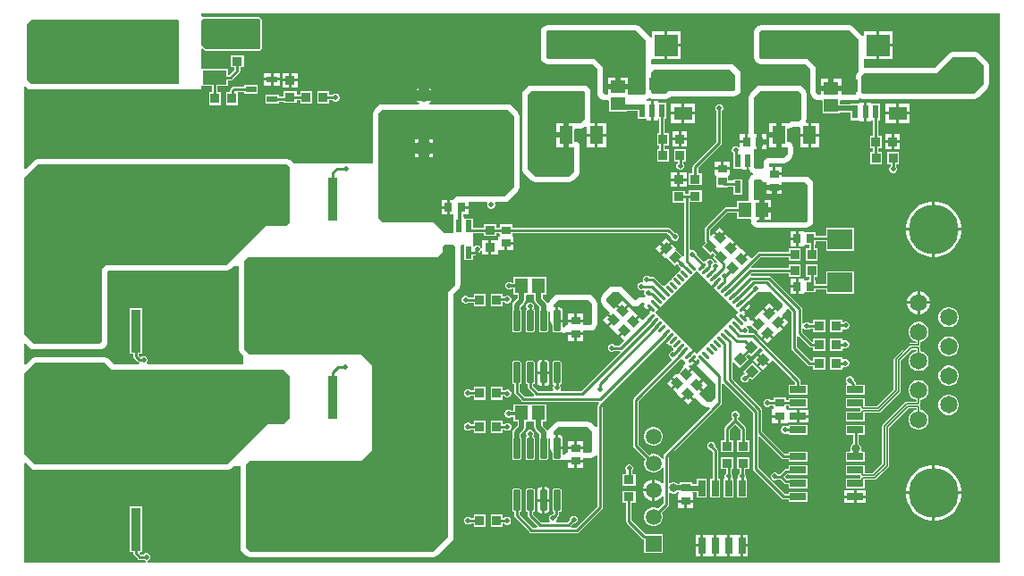
<source format=gbr>
%TF.GenerationSoftware,Altium Limited,Altium Designer,24.6.1 (21)*%
G04 Layer_Physical_Order=1*
G04 Layer_Color=255*
%FSLAX45Y45*%
%MOMM*%
%TF.SameCoordinates,FD53202A-208C-403B-AAB2-15DF5564725B*%
%TF.FilePolarity,Positive*%
%TF.FileFunction,Copper,L1,Top,Signal*%
%TF.Part,Single*%
G01*
G75*
%TA.AperFunction,SMDPad,CuDef*%
%ADD10R,3.35000X2.40000*%
%ADD11R,1.30000X1.40000*%
%ADD12R,3.40000X1.80000*%
G04:AMPARAMS|DCode=13|XSize=0.9mm|YSize=0.8mm|CornerRadius=0mm|HoleSize=0mm|Usage=FLASHONLY|Rotation=225.000|XOffset=0mm|YOffset=0mm|HoleType=Round|Shape=Rectangle|*
%AMROTATEDRECTD13*
4,1,4,0.03535,0.60104,0.60104,0.03535,-0.03535,-0.60104,-0.60104,-0.03535,0.03535,0.60104,0.0*
%
%ADD13ROTATEDRECTD13*%

G04:AMPARAMS|DCode=14|XSize=0.87mm|YSize=0.27mm|CornerRadius=0.03375mm|HoleSize=0mm|Usage=FLASHONLY|Rotation=315.000|XOffset=0mm|YOffset=0mm|HoleType=Round|Shape=RoundedRectangle|*
%AMROUNDEDRECTD14*
21,1,0.87000,0.20250,0,0,315.0*
21,1,0.80250,0.27000,0,0,315.0*
1,1,0.06750,0.21213,-0.35532*
1,1,0.06750,-0.35532,0.21213*
1,1,0.06750,-0.21213,0.35532*
1,1,0.06750,0.35532,-0.21213*
%
%ADD14ROUNDEDRECTD14*%
G04:AMPARAMS|DCode=15|XSize=0.87mm|YSize=0.27mm|CornerRadius=0.03375mm|HoleSize=0mm|Usage=FLASHONLY|Rotation=225.000|XOffset=0mm|YOffset=0mm|HoleType=Round|Shape=RoundedRectangle|*
%AMROUNDEDRECTD15*
21,1,0.87000,0.20250,0,0,225.0*
21,1,0.80250,0.27000,0,0,225.0*
1,1,0.06750,-0.35532,-0.21213*
1,1,0.06750,0.21213,0.35532*
1,1,0.06750,0.35532,0.21213*
1,1,0.06750,-0.21213,-0.35532*
%
%ADD15ROUNDEDRECTD15*%
%ADD16P,7.91960X4X270.0*%
G04:AMPARAMS|DCode=17|XSize=0.9mm|YSize=0.8mm|CornerRadius=0mm|HoleSize=0mm|Usage=FLASHONLY|Rotation=315.000|XOffset=0mm|YOffset=0mm|HoleType=Round|Shape=Rectangle|*
%AMROTATEDRECTD17*
4,1,4,-0.60104,0.03535,-0.03535,0.60104,0.60104,-0.03535,0.03535,-0.60104,-0.60104,0.03535,0.0*
%
%ADD17ROTATEDRECTD17*%

G04:AMPARAMS|DCode=18|XSize=0.95mm|YSize=0.85mm|CornerRadius=0mm|HoleSize=0mm|Usage=FLASHONLY|Rotation=45.000|XOffset=0mm|YOffset=0mm|HoleType=Round|Shape=Rectangle|*
%AMROTATEDRECTD18*
4,1,4,-0.03535,-0.63640,-0.63640,-0.03535,0.03535,0.63640,0.63640,0.03535,-0.03535,-0.63640,0.0*
%
%ADD18ROTATEDRECTD18*%

%ADD19R,0.90000X0.95000*%
%ADD20R,1.52500X0.65000*%
%ADD21R,0.80000X0.90000*%
%ADD22R,0.90000X0.80000*%
%ADD23R,0.95000X0.85000*%
%ADD24R,0.60000X1.20000*%
%ADD25R,2.20000X2.15000*%
%ADD26R,1.40000X1.30000*%
%ADD27R,0.60000X1.30000*%
%ADD28R,1.30000X1.80000*%
%ADD29R,1.80000X1.30000*%
%ADD30R,0.85000X0.95000*%
%ADD31R,2.40000X1.90000*%
G04:AMPARAMS|DCode=32|XSize=1.97mm|YSize=0.6mm|CornerRadius=0.075mm|HoleSize=0mm|Usage=FLASHONLY|Rotation=270.000|XOffset=0mm|YOffset=0mm|HoleType=Round|Shape=RoundedRectangle|*
%AMROUNDEDRECTD32*
21,1,1.97000,0.45000,0,0,270.0*
21,1,1.82000,0.60000,0,0,270.0*
1,1,0.15000,-0.22500,-0.91000*
1,1,0.15000,-0.22500,0.91000*
1,1,0.15000,0.22500,0.91000*
1,1,0.15000,0.22500,-0.91000*
%
%ADD32ROUNDEDRECTD32*%
%ADD33R,10.48000X8.12000*%
%ADD34R,0.94000X4.05000*%
%ADD35R,2.28600X1.39700*%
%ADD36R,6.18000X5.69000*%
%ADD37R,1.00000X0.60000*%
%ADD38R,0.65000X1.52500*%
%TA.AperFunction,Conductor*%
%ADD39C,0.25400*%
%ADD40C,0.30480*%
%ADD41C,0.12700*%
%ADD42C,0.50800*%
%TA.AperFunction,ComponentPad*%
%ADD43C,2.10000*%
%ADD44R,2.10000X2.10000*%
%ADD45C,1.20000*%
%ADD46R,1.20000X1.20000*%
%ADD47C,1.65000*%
%ADD48C,4.72500*%
%ADD49C,1.50000*%
%ADD50R,1.50000X1.50000*%
%TA.AperFunction,ViaPad*%
%ADD51C,0.70000*%
%ADD52C,0.50000*%
%ADD53C,0.80000*%
G36*
X4800600Y12293600D02*
Y12026900D01*
X4787900Y12014200D01*
X4279900D01*
X4237600Y12056500D01*
Y12289400D01*
X4254500Y12306300D01*
X4787900D01*
X4800600Y12293600D01*
D02*
G37*
G36*
X11797802Y7150598D02*
X3728835D01*
X3728599Y7163200D01*
X3742455Y7168939D01*
X3753061Y7179545D01*
X3758800Y7193401D01*
Y7208399D01*
X3753061Y7222255D01*
X3742455Y7232861D01*
X3728599Y7238600D01*
X3713601D01*
X3699745Y7232861D01*
X3693682Y7226798D01*
X3668327D01*
X3659158Y7235967D01*
X3664018Y7247700D01*
X3679200D01*
Y7678100D01*
X3559800D01*
Y7247700D01*
X3593602D01*
Y7239000D01*
X3595574Y7229089D01*
X3601188Y7220688D01*
X3639288Y7182588D01*
X3647689Y7176974D01*
X3657600Y7175002D01*
X3693682D01*
X3699745Y7168939D01*
X3713601Y7163200D01*
X3713365Y7150598D01*
X2565898D01*
Y8088459D01*
X2577631Y8093320D01*
X2630375Y8040575D01*
X2647179Y8029347D01*
X2667000Y8025405D01*
X4483100D01*
X4502921Y8029347D01*
X4519725Y8040575D01*
X4542603Y8063454D01*
X4609105D01*
Y7289800D01*
X4613047Y7269979D01*
X4624275Y7253175D01*
X4662375Y7215075D01*
X4679179Y7203847D01*
X4699000Y7199905D01*
X6438900D01*
X6458721Y7203847D01*
X6475525Y7215075D01*
X6475525Y7215076D01*
X6615225Y7354775D01*
X6626453Y7371579D01*
X6630395Y7391400D01*
Y9694046D01*
X6678725Y9742375D01*
X6689953Y9759178D01*
X6693895Y9779000D01*
Y10147300D01*
X6693322Y10150183D01*
X6701379Y10160000D01*
X6727771D01*
Y10015428D01*
X6813171D01*
Y10062230D01*
X6827069D01*
X6836980Y10064201D01*
X6845382Y10069815D01*
X6856810Y10081243D01*
X6860811D01*
X6874667Y10086983D01*
X6885272Y10097588D01*
X6889000Y10106588D01*
X6901700Y10104061D01*
Y10070600D01*
X6961900D01*
Y10138499D01*
Y10206400D01*
X6901700D01*
Y10133826D01*
X6889000Y10131299D01*
X6885272Y10140299D01*
X6874667Y10150904D01*
X6860811Y10156643D01*
X6845813D01*
X6831956Y10150904D01*
X6825871Y10144819D01*
X6813171Y10150079D01*
Y10272603D01*
X6914400D01*
Y10243300D01*
X7034800D01*
Y10273802D01*
X7058020D01*
X7067000Y10264822D01*
X7067000Y10247000D01*
X7057158Y10240100D01*
X7054300D01*
Y10216283D01*
X7047500Y10206400D01*
X7041600Y10206400D01*
X6987300D01*
Y10138499D01*
Y10070600D01*
X7047500D01*
Y10099417D01*
X7054300Y10109300D01*
X7060200Y10109300D01*
X7112000D01*
Y10174699D01*
X7124700D01*
Y10187399D01*
X7195100D01*
Y10240100D01*
X7192242D01*
X7182400Y10247000D01*
X7182400Y10252800D01*
Y10273802D01*
X8650673D01*
X8687200Y10237275D01*
Y10228701D01*
X8692939Y10214845D01*
X8703545Y10204239D01*
X8717401Y10198500D01*
X8732399D01*
X8746255Y10204239D01*
X8756861Y10214845D01*
X8762600Y10228701D01*
Y10243699D01*
X8756861Y10257555D01*
X8746255Y10268161D01*
X8732399Y10273900D01*
X8723825D01*
X8679712Y10318012D01*
X8671311Y10323626D01*
X8661400Y10325598D01*
X7182400D01*
Y10352400D01*
X7067000D01*
Y10325598D01*
X7034800D01*
Y10353700D01*
X6914400D01*
Y10324398D01*
X6813171D01*
Y10410828D01*
X6730871D01*
Y10423528D01*
X6718718D01*
Y10445200D01*
X6770000D01*
Y10502900D01*
X6704600D01*
Y10528300D01*
X6770000D01*
Y10565405D01*
X6940556D01*
X6949042Y10552705D01*
X6947300Y10548499D01*
Y10533501D01*
X6953039Y10519645D01*
X6963645Y10509039D01*
X6977501Y10503300D01*
X6992499D01*
X7006355Y10509039D01*
X7016961Y10519645D01*
X7022700Y10533501D01*
Y10548499D01*
X7020958Y10552705D01*
X7029444Y10565405D01*
X7112000D01*
X7131821Y10569347D01*
X7148625Y10580575D01*
X7237525Y10669475D01*
X7248753Y10686279D01*
X7252695Y10706100D01*
Y11379200D01*
X7248753Y11399021D01*
X7237525Y11415825D01*
X7174025Y11479325D01*
X7157221Y11490553D01*
X7137400Y11494495D01*
X6400872D01*
X6397470Y11507195D01*
X6402437Y11510063D01*
X6418337Y11525963D01*
X6419744Y11528400D01*
X6350000D01*
X6280256D01*
X6281663Y11525963D01*
X6297563Y11510063D01*
X6302530Y11507195D01*
X6299128Y11494495D01*
X5956300D01*
X5936479Y11490553D01*
X5919675Y11479325D01*
X5881576Y11441225D01*
X5881575Y11441225D01*
X5870347Y11424421D01*
X5866405Y11404600D01*
Y10934700D01*
X5115150D01*
X5091225Y10958625D01*
X5074421Y10969853D01*
X5054600Y10973795D01*
X2692400D01*
X2672579Y10969853D01*
X2655775Y10958625D01*
X2577631Y10880480D01*
X2565898Y10885341D01*
Y11657159D01*
X2577631Y11662020D01*
X2592275Y11647375D01*
X2609079Y11636147D01*
X2628900Y11632205D01*
X4025900D01*
X4030903Y11633200D01*
X4241800D01*
Y11664950D01*
X4338703D01*
Y11606800D01*
X4314800D01*
Y11486400D01*
X4425200D01*
Y11606800D01*
X4390498D01*
Y11664950D01*
X4491600D01*
Y11721602D01*
X4521200D01*
X4531111Y11723574D01*
X4539512Y11729188D01*
X4601028Y11790704D01*
X4606642Y11799105D01*
X4608614Y11809016D01*
Y11843163D01*
X4642916D01*
Y11953563D01*
X4522516D01*
Y11843163D01*
X4556818D01*
Y11819743D01*
X4510473Y11773398D01*
X4491600D01*
Y11830050D01*
X4241800D01*
Y12016266D01*
X4253533Y12021126D01*
X4270180Y12004480D01*
X4279900Y12000453D01*
X4279901Y12000454D01*
X4787899D01*
X4787900Y12000453D01*
X4797621Y12004479D01*
X4797621Y12004481D01*
X4810320Y12017180D01*
X4814347Y12026900D01*
X4814346Y12026901D01*
Y12293599D01*
X4814347Y12293600D01*
X4810321Y12303321D01*
X4810319Y12303321D01*
X4797620Y12316020D01*
X4787900Y12320047D01*
X4787899Y12320046D01*
X4254501D01*
X4254500Y12320047D01*
X4242228Y12327699D01*
X4241800Y12328533D01*
Y12356602D01*
X11797802D01*
Y7150598D01*
D02*
G37*
G36*
X4029985Y12282592D02*
Y11688085D01*
X4025900Y11684000D01*
X2628900D01*
X2590800Y11722100D01*
Y12255500D01*
X2628900Y12293600D01*
X4018976Y12293600D01*
X4029985Y12282592D01*
D02*
G37*
G36*
X7200900Y11379200D02*
Y10706100D01*
X7112000Y10617200D01*
X6654800D01*
X6624299Y10586699D01*
Y10586000D01*
X6592300D01*
Y10515600D01*
Y10445200D01*
X6624299D01*
Y10281899D01*
X6616700Y10274300D01*
X6540500D01*
X6438900Y10375900D01*
X5956300Y10375900D01*
X5918200Y10414000D01*
X5918200Y11404600D01*
X5956300Y11442700D01*
X7137400D01*
X7200900Y11379200D01*
D02*
G37*
G36*
X4596405Y9169400D02*
X4600347Y9149579D01*
X4611575Y9132775D01*
X4634454Y9109897D01*
Y9030695D01*
X3729872D01*
X3724611Y9043395D01*
X3727661Y9046445D01*
X3733400Y9060301D01*
Y9075299D01*
X3727661Y9089155D01*
X3717055Y9099761D01*
X3703199Y9105500D01*
X3688201D01*
X3674345Y9099761D01*
X3672989Y9098404D01*
X3663620D01*
X3647425Y9114600D01*
X3650292Y9127300D01*
X3679200D01*
Y9557700D01*
X3559800D01*
Y9127300D01*
X3593602D01*
Y9105900D01*
X3595574Y9095989D01*
X3601188Y9087588D01*
X3634581Y9054194D01*
X3642983Y9048581D01*
X3652893Y9046609D01*
X3654374D01*
X3656521Y9043395D01*
X3649733Y9030695D01*
X3412354D01*
X3364025Y9079025D01*
X3347221Y9090253D01*
X3327400Y9094195D01*
X2667000D01*
X2647179Y9090253D01*
X2630375Y9079025D01*
X2577631Y9026280D01*
X2565898Y9031141D01*
Y9218759D01*
X2577631Y9223620D01*
X2617675Y9183575D01*
X2634479Y9172347D01*
X2654300Y9168405D01*
X3276600D01*
X3296421Y9172347D01*
X3313225Y9183575D01*
X3338625Y9208975D01*
X3349852Y9225779D01*
X3353795Y9245600D01*
X3353795Y9909946D01*
X3361554Y9917705D01*
X4483099D01*
X4483100Y9917705D01*
X4502921Y9921647D01*
X4519725Y9932875D01*
X4542767Y9955917D01*
X4596405D01*
Y9169400D01*
D02*
G37*
G36*
X5080000Y10896600D02*
Y10375900D01*
X5041900Y10337800D01*
X4851400D01*
X4483100Y9969500D01*
X3340100D01*
X3302000Y9931400D01*
X3302000Y9245600D01*
X3276600Y9220200D01*
X2654300D01*
X2565898Y9308602D01*
Y10795498D01*
X2692400Y10922000D01*
X5054600D01*
X5080000Y10896600D01*
D02*
G37*
G36*
X3390900Y8978900D02*
X5016500D01*
X5080000Y8915400D01*
Y8521700D01*
X5016500Y8458200D01*
X4864100D01*
X4483100Y8077200D01*
X2667000D01*
X2565898Y8178302D01*
Y8941298D01*
X2667000Y9042400D01*
X3327400D01*
X3390900Y8978900D01*
D02*
G37*
G36*
X6642100Y10147300D02*
Y9779000D01*
X6578600Y9715500D01*
Y7391400D01*
X6438900Y7251700D01*
X4699000D01*
X4660900Y7289800D01*
Y8077200D01*
X4699000Y8115300D01*
X5753100D01*
X5854700Y8216900D01*
Y9017000D01*
X5753100Y9118600D01*
X4699000D01*
X4648200Y9169400D01*
Y10007600D01*
X4686300Y10045700D01*
X6477000D01*
X6527800Y10096500D01*
Y10147300D01*
X6538763Y10158263D01*
X6631137D01*
X6642100Y10147300D01*
D02*
G37*
%LPC*%
G36*
X10782100Y12185200D02*
X10659400D01*
Y12065000D01*
X10782100D01*
Y12185200D01*
D02*
G37*
G36*
X8775500D02*
X8652800D01*
Y12065000D01*
X8775500D01*
Y12185200D01*
D02*
G37*
G36*
X10782100Y12039600D02*
X10659400D01*
Y11919400D01*
X10782100D01*
Y12039600D01*
D02*
G37*
G36*
X8775500D02*
X8652800D01*
Y11919400D01*
X8775500D01*
Y12039600D01*
D02*
G37*
G36*
X4987100Y11783600D02*
X4924400D01*
Y11740900D01*
X4987100D01*
Y11783600D01*
D02*
G37*
G36*
X4899000D02*
X4836300D01*
Y11740900D01*
X4899000D01*
Y11783600D01*
D02*
G37*
G36*
X5155200Y11788800D02*
X5095000D01*
Y11733600D01*
X5155200D01*
Y11788800D01*
D02*
G37*
G36*
X5069600D02*
X5009400D01*
Y11733600D01*
X5069600D01*
Y11788800D01*
D02*
G37*
G36*
X4987100Y11715500D02*
X4924400D01*
Y11672800D01*
X4987100D01*
Y11715500D01*
D02*
G37*
G36*
X4899000D02*
X4836300D01*
Y11672800D01*
X4899000D01*
Y11715500D01*
D02*
G37*
G36*
X5155200Y11708200D02*
X5095000D01*
Y11653000D01*
X5155200D01*
Y11708200D01*
D02*
G37*
G36*
X5069600D02*
X5009400D01*
Y11653000D01*
X5069600D01*
Y11708200D01*
D02*
G37*
G36*
X6400000Y11648144D02*
Y11628400D01*
X6419744D01*
X6418337Y11630837D01*
X6402437Y11646737D01*
X6400000Y11648144D01*
D02*
G37*
G36*
X6300000D02*
X6297563Y11646737D01*
X6281663Y11630837D01*
X6280256Y11628400D01*
X6300000D01*
Y11648144D01*
D02*
G37*
G36*
X4774400Y11675900D02*
X4649000D01*
Y11659098D01*
X4548779D01*
X4538868Y11657126D01*
X4530467Y11651512D01*
X4515588Y11636633D01*
X4509974Y11628232D01*
X4508002Y11618321D01*
Y11606800D01*
X4474800D01*
Y11486400D01*
X4585200D01*
Y11606800D01*
X4597692Y11607302D01*
X4649000D01*
Y11590500D01*
X4774400D01*
Y11675900D01*
D02*
G37*
G36*
X5288800Y11619500D02*
X5178400D01*
Y11586798D01*
X5142500D01*
Y11616100D01*
X5022100D01*
Y11564098D01*
X4974400D01*
Y11580900D01*
X4849000D01*
Y11495500D01*
X4974400D01*
Y11512302D01*
X5022100D01*
Y11505700D01*
X5142500D01*
Y11535002D01*
X5178400D01*
Y11499100D01*
X5288800D01*
Y11619500D01*
D02*
G37*
G36*
X9537700Y12243795D02*
X9517879Y12239853D01*
X9501075Y12228625D01*
X9488375Y12215925D01*
X9477147Y12199121D01*
X9473205Y12179300D01*
Y11938001D01*
X9473205Y11938000D01*
X9477147Y11918179D01*
X9488375Y11901375D01*
X9501075Y11888675D01*
X9517879Y11877447D01*
X9537700Y11873505D01*
X9960746D01*
X10006605Y11827646D01*
Y11607800D01*
X10010547Y11587979D01*
X10021775Y11571175D01*
X10047175Y11545775D01*
X10063979Y11534547D01*
X10083800Y11530605D01*
X10108682D01*
X10111565Y11531178D01*
X10121382Y11523121D01*
Y11407160D01*
X10286782D01*
Y11416553D01*
X10390600D01*
Y11341600D01*
X10472900D01*
Y11328900D01*
X10515599D01*
Y11419299D01*
Y11509700D01*
X10472900D01*
Y11497000D01*
X10390600D01*
Y11494247D01*
X10286782D01*
Y11523121D01*
X10296599Y11531178D01*
X10299482Y11530605D01*
X10431963D01*
X10436318Y11531471D01*
X10440757Y11531357D01*
X10446134Y11533423D01*
X10451785Y11534547D01*
X10455477Y11537015D01*
X10459621Y11538607D01*
X10463798Y11542574D01*
X10468588Y11545775D01*
X10471055Y11549467D01*
X10474274Y11552525D01*
X10474565Y11552936D01*
X10483079Y11547247D01*
X10502900Y11543305D01*
X10668000Y11543305D01*
X11557000D01*
X11576821Y11547247D01*
X11593625Y11558475D01*
X11682525Y11647375D01*
X11693753Y11664179D01*
X11697695Y11684000D01*
Y11861800D01*
X11693753Y11881621D01*
X11682525Y11898425D01*
X11606325Y11974625D01*
X11589521Y11985853D01*
X11569700Y11989795D01*
X11353800D01*
X11333979Y11985853D01*
X11317175Y11974625D01*
X11179946Y11837395D01*
X10516595D01*
Y11919400D01*
X10634000D01*
Y12052300D01*
Y12185200D01*
X10511300D01*
Y12146544D01*
X10498600Y12142550D01*
X10412525Y12228625D01*
X10395721Y12239853D01*
X10375900Y12243795D01*
X9537701D01*
X9537700Y12243795D01*
D02*
G37*
G36*
X7518400D02*
X7498579Y12239853D01*
X7481775Y12228625D01*
X7469075Y12215925D01*
X7457847Y12199121D01*
X7453905Y12179300D01*
Y11938001D01*
X7453905Y11938000D01*
X7457847Y11918179D01*
X7469075Y11901375D01*
X7481775Y11888675D01*
X7498579Y11877447D01*
X7518400Y11873505D01*
X7941446D01*
X7987305Y11827646D01*
Y11607800D01*
X7991247Y11587979D01*
X8002475Y11571175D01*
X8027875Y11545775D01*
X8044679Y11534547D01*
X8064500Y11530605D01*
X8089382D01*
X8092265Y11531178D01*
X8102082Y11523121D01*
Y11419860D01*
X8267482D01*
Y11429253D01*
X8371300D01*
Y11354300D01*
X8453600D01*
Y11341600D01*
X8496299D01*
Y11431999D01*
Y11522400D01*
X8464546D01*
X8454992Y11524749D01*
X8454164Y11528174D01*
X8457430Y11537760D01*
X8469425Y11545775D01*
X8478618Y11554969D01*
X8490174Y11547247D01*
X8509995Y11543305D01*
X8636000Y11543305D01*
X8655821Y11547247D01*
X8672625Y11558475D01*
X8682854Y11568705D01*
X9283700D01*
X9303521Y11572647D01*
X9320325Y11583875D01*
X9333025Y11596575D01*
X9344252Y11613379D01*
X9348195Y11633200D01*
Y11772900D01*
X9344252Y11792722D01*
X9333025Y11809525D01*
X9282225Y11860325D01*
X9265421Y11871553D01*
X9245600Y11875495D01*
X8521700D01*
X8509995Y11873167D01*
X8497295Y11882602D01*
Y11909767D01*
X8504700Y11919400D01*
X8509995Y11919400D01*
X8627400D01*
Y12052300D01*
Y12185200D01*
X8504700D01*
Y12127058D01*
X8500984Y12125703D01*
X8492000Y12124946D01*
X8482125Y12139725D01*
X8393225Y12228625D01*
X8376421Y12239853D01*
X8356600Y12243795D01*
X7518401D01*
X7518400Y12243795D01*
D02*
G37*
G36*
X5448800Y11619500D02*
X5338400D01*
Y11499100D01*
X5448800D01*
Y11531102D01*
X5484382D01*
X5490445Y11525039D01*
X5504301Y11519300D01*
X5519299D01*
X5533155Y11525039D01*
X5543761Y11535645D01*
X5549500Y11549501D01*
Y11564499D01*
X5543761Y11578355D01*
X5533155Y11588961D01*
X5519299Y11594700D01*
X5504301D01*
X5490445Y11588961D01*
X5484382Y11582898D01*
X5448800D01*
Y11619500D01*
D02*
G37*
G36*
X10948500Y11497100D02*
X10845800D01*
Y11419400D01*
X10948500D01*
Y11497100D01*
D02*
G37*
G36*
X10820400D02*
X10717700D01*
Y11419400D01*
X10820400D01*
Y11497100D01*
D02*
G37*
G36*
X8916500D02*
X8813800D01*
Y11419400D01*
X8916500D01*
Y11497100D01*
D02*
G37*
G36*
X8788400D02*
X8685700D01*
Y11419400D01*
X8788400D01*
Y11497100D01*
D02*
G37*
G36*
X10948500Y11394000D02*
X10845800D01*
Y11316300D01*
X10948500D01*
Y11394000D01*
D02*
G37*
G36*
X10820400D02*
X10717700D01*
Y11316300D01*
X10820400D01*
Y11394000D01*
D02*
G37*
G36*
X8916500D02*
X8813800D01*
Y11316300D01*
X8916500D01*
Y11394000D01*
D02*
G37*
G36*
X8788400D02*
X8685700D01*
Y11316300D01*
X8788400D01*
Y11394000D01*
D02*
G37*
G36*
X10090600Y11316800D02*
X10012899D01*
Y11214101D01*
X10090600D01*
Y11316800D01*
D02*
G37*
G36*
X9893300Y11672295D02*
X9537700D01*
X9517879Y11668353D01*
X9501075Y11657125D01*
X9437575Y11593625D01*
X9426347Y11576821D01*
X9422405Y11557000D01*
Y11208300D01*
X9415121D01*
Y11137900D01*
X9402421D01*
Y11125200D01*
X9337021D01*
Y11093469D01*
X9324321Y11088208D01*
X9322320Y11090209D01*
X9308464Y11095949D01*
X9293466D01*
X9279610Y11090209D01*
X9269004Y11079604D01*
X9263265Y11065748D01*
Y11050750D01*
X9269004Y11036893D01*
X9275923Y11029974D01*
Y10975400D01*
X9276421Y10972898D01*
Y10885400D01*
X9358721D01*
Y10872700D01*
X9401420D01*
Y10958101D01*
X9422399D01*
Y10896602D01*
X9422399Y10896601D01*
X9426342Y10876777D01*
X9426820Y10876062D01*
Y10872700D01*
X9429073D01*
X9437575Y10859975D01*
X9450275Y10847275D01*
X9460080Y10840724D01*
Y10825476D01*
X9450275Y10818925D01*
X9437575Y10806225D01*
X9426347Y10789421D01*
X9422405Y10769600D01*
Y10585600D01*
X9422978Y10582717D01*
X9414921Y10572900D01*
X9307600D01*
Y10516098D01*
X9207500D01*
X9197589Y10514126D01*
X9189188Y10508512D01*
X9011388Y10330712D01*
X9005774Y10322311D01*
X9003802Y10312400D01*
Y10203489D01*
X9005774Y10193579D01*
X9011388Y10185177D01*
X9017732Y10178832D01*
X8983641Y10144741D01*
X9065241Y10063141D01*
X9084193Y10082094D01*
X9104194Y10062093D01*
X9085241Y10043141D01*
X9128596Y9999786D01*
X9121402Y9989020D01*
X9114485Y9991885D01*
X9099487D01*
X9093604Y9995816D01*
Y9998041D01*
X9087864Y10011898D01*
X9077259Y10022503D01*
X9063403Y10028242D01*
X9048405D01*
X9034548Y10022503D01*
X9023943Y10011898D01*
X9023098Y10009858D01*
X9010154Y10003706D01*
X9008025Y10004130D01*
X9003881Y10004954D01*
X8997609Y10003706D01*
X8995457Y10002268D01*
X8927700Y10070025D01*
Y10078599D01*
X8921961Y10092455D01*
X8911355Y10103061D01*
X8897499Y10108800D01*
X8882501D01*
X8877798Y10106852D01*
X8865098Y10115338D01*
Y10565900D01*
X8977900D01*
Y10676300D01*
X8857500D01*
Y10644297D01*
X8820900D01*
Y10673600D01*
X8700500D01*
Y10563200D01*
X8813302D01*
Y10059996D01*
X8806739Y10050015D01*
Y10050014D01*
X8806739D01*
D01*
X8800602Y10047473D01*
X8797748Y10050327D01*
X8734506Y10113569D01*
X8730405Y10117670D01*
X8732485Y10129509D01*
X8734506Y10131530D01*
X8697242Y10168794D01*
X8647462Y10119014D01*
X8597681Y10069233D01*
X8634945Y10031969D01*
X8636966Y10033990D01*
X8648805Y10036070D01*
X8652906Y10031969D01*
X8723334Y9961541D01*
X8739720Y9977928D01*
X8752420Y9972667D01*
Y9971018D01*
X8758160Y9957162D01*
X8768765Y9946556D01*
X8779244Y9942216D01*
X8782155Y9932284D01*
X8781943Y9928398D01*
X8768669Y9915124D01*
X8765116Y9909807D01*
X8760851Y9901906D01*
X8752949Y9897640D01*
X8747632Y9894087D01*
X8733314Y9879769D01*
X8729761Y9874451D01*
X8725496Y9866550D01*
X8717594Y9862285D01*
X8712277Y9858732D01*
X8697958Y9844413D01*
X8694406Y9839096D01*
X8690140Y9831195D01*
X8682239Y9826930D01*
X8676922Y9823377D01*
X8662603Y9809058D01*
X8659050Y9803741D01*
X8654785Y9795840D01*
X8646883Y9791574D01*
X8641566Y9788022D01*
X8627248Y9773703D01*
X8626524Y9772620D01*
X8613858Y9769721D01*
X8611086Y9770097D01*
X8533071Y9848112D01*
X8524669Y9853726D01*
X8514758Y9855698D01*
X8485618D01*
X8479555Y9861761D01*
X8465699Y9867500D01*
X8450701D01*
X8436845Y9861761D01*
X8426239Y9851155D01*
X8420500Y9837299D01*
Y9822301D01*
X8423937Y9814003D01*
X8414899Y9804000D01*
X8399901D01*
X8386045Y9798261D01*
X8375439Y9787655D01*
X8369700Y9773799D01*
Y9758801D01*
X8375439Y9744945D01*
X8386045Y9734339D01*
X8399901Y9728600D01*
X8414899D01*
X8428755Y9734339D01*
X8430501Y9733678D01*
X8431855Y9732150D01*
X8436342Y9717884D01*
X8433200Y9710299D01*
Y9695301D01*
X8438939Y9681445D01*
X8444063Y9676321D01*
X8441931Y9669272D01*
X8437928Y9664495D01*
X8431896Y9665695D01*
X8407400D01*
X8387579Y9661753D01*
X8370775Y9650525D01*
X8350250Y9630000D01*
X8228125Y9752124D01*
X8211321Y9763352D01*
X8191501Y9767295D01*
X8140700Y9767295D01*
X8120878Y9763353D01*
X8104075Y9752125D01*
X8040575Y9688625D01*
X8029347Y9671821D01*
X8025405Y9652000D01*
X8025405Y9626601D01*
X8025405Y9626600D01*
X8029347Y9606779D01*
X8040575Y9589975D01*
X8111812Y9518738D01*
X8099894Y9506820D01*
X8149674Y9457040D01*
X8140694Y9448060D01*
X8149674Y9439080D01*
X8103430Y9392835D01*
X8144230Y9352035D01*
X8144229D01*
X8146531Y9350991D01*
X8187331Y9310191D01*
X8233575Y9356436D01*
X8251536Y9338476D01*
X8205291Y9292231D01*
X8245267Y9252255D01*
X8201009Y9207998D01*
X8155418D01*
X8149355Y9214061D01*
X8135499Y9219800D01*
X8120501D01*
X8106645Y9214061D01*
X8096039Y9203455D01*
X8090300Y9189599D01*
Y9174601D01*
X8096039Y9160745D01*
X8106645Y9150139D01*
X8120501Y9144400D01*
X8135499D01*
X8149355Y9150139D01*
X8155418Y9156202D01*
X8201964D01*
X8207224Y9143502D01*
X7839919Y8776198D01*
X7646920D01*
X7639987Y8788898D01*
X7643577Y8797564D01*
Y8812563D01*
X7638436Y8824973D01*
X7638261Y8827946D01*
X7641736Y8840481D01*
X7644363Y8842237D01*
X7648828Y8848919D01*
X7650396Y8856800D01*
Y9038800D01*
X7648828Y9046681D01*
X7644363Y9053363D01*
X7637681Y9057828D01*
X7629800Y9059396D01*
X7584800D01*
X7576919Y9057828D01*
X7570237Y9053363D01*
X7565772Y9046681D01*
X7564204Y9038800D01*
Y8856800D01*
X7565772Y8848919D01*
X7570237Y8842237D01*
X7571158Y8841621D01*
X7573882Y8826603D01*
X7573672Y8825830D01*
X7568177Y8812563D01*
Y8797564D01*
X7571766Y8788898D01*
X7564833Y8776198D01*
X7427527D01*
X7379198Y8824527D01*
Y8836880D01*
X7383681Y8837772D01*
X7390363Y8842237D01*
X7394828Y8848919D01*
X7396396Y8856800D01*
Y9038800D01*
X7394828Y9046681D01*
X7390363Y9053363D01*
X7383681Y9057828D01*
X7375800Y9059396D01*
X7330800D01*
X7322919Y9057828D01*
X7316237Y9053363D01*
X7311772Y9046681D01*
X7310204Y9038800D01*
Y8856800D01*
X7311772Y8848919D01*
X7316237Y8842237D01*
X7322919Y8837772D01*
X7327402Y8836880D01*
Y8813800D01*
X7329374Y8803889D01*
X7334988Y8795488D01*
X7392378Y8738098D01*
X7387117Y8725398D01*
X7300527D01*
X7252198Y8773727D01*
Y8836880D01*
X7256681Y8837772D01*
X7263363Y8842237D01*
X7267828Y8848919D01*
X7269396Y8856800D01*
Y9038800D01*
X7267828Y9046681D01*
X7263363Y9053363D01*
X7256681Y9057828D01*
X7248800Y9059396D01*
X7203800D01*
X7195919Y9057828D01*
X7189237Y9053363D01*
X7184772Y9046681D01*
X7183204Y9038800D01*
Y8856800D01*
X7184772Y8848919D01*
X7189237Y8842237D01*
X7195919Y8837772D01*
X7200402Y8836880D01*
Y8763000D01*
X7202374Y8753089D01*
X7207988Y8744688D01*
X7271488Y8681188D01*
X7279889Y8675574D01*
X7289800Y8673602D01*
X8002206D01*
X8007467Y8660902D01*
X7995388Y8648823D01*
X7989774Y8640421D01*
X7987802Y8630511D01*
Y8433714D01*
X7975102Y8429862D01*
X7974125Y8431325D01*
X7936025Y8469425D01*
X7919221Y8480653D01*
X7899400Y8484595D01*
X7620000D01*
X7600179Y8480653D01*
X7583375Y8469425D01*
X7538719Y8424769D01*
X7527491Y8407965D01*
X7526701Y8403993D01*
X7513219Y8401312D01*
X7507769Y8409469D01*
X7470907Y8446330D01*
Y8483082D01*
X7509761D01*
Y8648482D01*
X7362461D01*
X7354361Y8648482D01*
X7341661Y8648482D01*
X7194361D01*
Y8588287D01*
X7174929D01*
X7171455Y8591761D01*
X7157599Y8597500D01*
X7142601D01*
X7128745Y8591761D01*
X7118139Y8581155D01*
X7112400Y8567299D01*
Y8552301D01*
X7118139Y8538445D01*
X7128745Y8527839D01*
X7142601Y8522100D01*
X7157599D01*
X7171455Y8527839D01*
X7174929Y8531313D01*
X7194361D01*
Y8483082D01*
X7233214D01*
Y8443852D01*
X7198831Y8409469D01*
X7190411Y8396866D01*
X7187453Y8382000D01*
Y8336558D01*
X7184772Y8332545D01*
X7183204Y8324663D01*
Y8142663D01*
X7184772Y8134782D01*
X7189237Y8128100D01*
X7195919Y8123635D01*
X7203800Y8122068D01*
X7248800D01*
X7256681Y8123635D01*
X7263363Y8128100D01*
X7267828Y8134782D01*
X7269396Y8142663D01*
Y8324663D01*
X7267828Y8332545D01*
X7265147Y8336558D01*
Y8365909D01*
X7299529Y8400292D01*
X7307950Y8412895D01*
X7310907Y8427761D01*
Y8474102D01*
X7319888Y8483082D01*
X7349761Y8483082D01*
X7362461Y8483082D01*
X7393214D01*
Y8430239D01*
X7396171Y8415373D01*
X7404592Y8402771D01*
X7441453Y8365909D01*
Y8336558D01*
X7438772Y8332545D01*
X7437204Y8324663D01*
Y8142663D01*
X7438772Y8134782D01*
X7443237Y8128100D01*
X7449919Y8123635D01*
X7457800Y8122068D01*
X7502800D01*
X7510681Y8123635D01*
X7517363Y8128100D01*
X7521828Y8134782D01*
X7523396Y8142663D01*
Y8319384D01*
X7531603Y8329492D01*
X7534988Y8331483D01*
X7537327Y8331428D01*
X7538719Y8329344D01*
X7540856Y8327916D01*
X7542486Y8325930D01*
X7542805Y8325668D01*
Y8233663D01*
X7546748Y8213842D01*
X7557975Y8197038D01*
X7564204Y8192876D01*
Y8142663D01*
X7565772Y8134782D01*
X7570237Y8128100D01*
X7576919Y8123635D01*
X7584800Y8122068D01*
X7629800D01*
X7637681Y8123635D01*
X7643408Y8127462D01*
X7643523Y8127386D01*
X7655256Y8122526D01*
X7655257Y8122525D01*
X7675077Y8118583D01*
X7675078D01*
X7694899Y8122525D01*
X7702000Y8127270D01*
X7710715Y8124104D01*
X7713860Y8121245D01*
X7785099D01*
X7855499D01*
Y8139705D01*
X7924799D01*
X7924800Y8139705D01*
X7944621Y8143647D01*
X7961425Y8154875D01*
X7974125Y8167575D01*
X7975102Y8169038D01*
X7987802Y8165186D01*
Y7681527D01*
X7787073Y7480798D01*
X7745439D01*
X7740179Y7493498D01*
X7762967Y7516285D01*
X7774745D01*
X7788602Y7522025D01*
X7799207Y7532630D01*
X7804946Y7546486D01*
Y7561484D01*
X7799207Y7575341D01*
X7788602Y7585946D01*
X7774745Y7591685D01*
X7759747D01*
X7745891Y7585946D01*
X7735286Y7575341D01*
X7729546Y7561484D01*
Y7556115D01*
X7705029Y7531598D01*
X7603866D01*
X7598605Y7544298D01*
X7600608Y7546300D01*
X7606347Y7560156D01*
Y7568831D01*
X7622266Y7584751D01*
X7627880Y7593152D01*
X7629851Y7603063D01*
Y7628078D01*
X7637681Y7629635D01*
X7644363Y7634100D01*
X7648828Y7640782D01*
X7650396Y7648663D01*
Y7830663D01*
X7648828Y7838545D01*
X7644363Y7845226D01*
X7637681Y7849691D01*
X7629800Y7851259D01*
X7584800D01*
X7576919Y7849691D01*
X7570237Y7845226D01*
X7565772Y7838545D01*
X7564204Y7830663D01*
Y7648663D01*
X7565772Y7640782D01*
X7570237Y7634100D01*
X7576919Y7629635D01*
X7578056Y7629409D01*
Y7613790D01*
X7569621Y7605355D01*
X7561148D01*
X7547292Y7599616D01*
X7536686Y7589011D01*
X7530947Y7575155D01*
Y7560156D01*
X7536686Y7546300D01*
X7538689Y7544298D01*
X7533428Y7531598D01*
X7456718D01*
X7380544Y7607772D01*
Y7629011D01*
X7383681Y7629635D01*
X7390363Y7634100D01*
X7394828Y7640782D01*
X7396396Y7648663D01*
Y7830663D01*
X7394828Y7838545D01*
X7390363Y7845226D01*
X7383681Y7849691D01*
X7375800Y7851259D01*
X7330800D01*
X7322919Y7849691D01*
X7316237Y7845226D01*
X7311772Y7838545D01*
X7310204Y7830663D01*
Y7648663D01*
X7311772Y7640782D01*
X7316237Y7634100D01*
X7322919Y7629635D01*
X7328749Y7628476D01*
Y7597045D01*
X7330720Y7587134D01*
X7336334Y7578733D01*
X7421569Y7493498D01*
X7416308Y7480798D01*
X7376727D01*
X7252198Y7605327D01*
Y7628743D01*
X7256681Y7629635D01*
X7263363Y7634100D01*
X7267828Y7640782D01*
X7269396Y7648663D01*
Y7830663D01*
X7267828Y7838545D01*
X7263363Y7845226D01*
X7256681Y7849691D01*
X7248800Y7851259D01*
X7203800D01*
X7195919Y7849691D01*
X7189237Y7845226D01*
X7184772Y7838545D01*
X7183204Y7830663D01*
Y7648663D01*
X7184772Y7640782D01*
X7189237Y7634100D01*
X7195919Y7629635D01*
X7200402Y7628743D01*
Y7594600D01*
X7202374Y7584689D01*
X7207988Y7576288D01*
X7347688Y7436588D01*
X7356089Y7430974D01*
X7366000Y7429002D01*
X7797800D01*
X7807711Y7430974D01*
X7816112Y7436588D01*
X8032012Y7652488D01*
X8037626Y7660889D01*
X8039598Y7670800D01*
Y8619783D01*
X8646442Y9226627D01*
X8649213Y9227004D01*
X8661880Y9224104D01*
X8662603Y9223022D01*
X8676922Y9208703D01*
X8682239Y9205150D01*
X8690140Y9200885D01*
X8694406Y9192983D01*
X8697958Y9187666D01*
X8712277Y9173348D01*
X8710306Y9161587D01*
X8704769Y9154513D01*
X8697177D01*
X8683321Y9148773D01*
X8672716Y9138168D01*
X8666977Y9124312D01*
Y9109314D01*
X8672716Y9095458D01*
X8683321Y9084852D01*
X8692498Y9081051D01*
X8696787Y9067380D01*
X8338288Y8708880D01*
X8332674Y8700479D01*
X8330702Y8690568D01*
Y8255000D01*
X8332674Y8245089D01*
X8338288Y8236688D01*
X8444094Y8130882D01*
X8439977Y8123751D01*
X8434000Y8101446D01*
Y8078354D01*
X8439977Y8056049D01*
X8451523Y8036051D01*
X8467851Y8019723D01*
X8487849Y8008177D01*
X8510154Y8002200D01*
X8533246D01*
X8555551Y8008177D01*
X8575549Y8019723D01*
X8591877Y8036051D01*
X8596648Y8044314D01*
X8613606Y8048286D01*
X8615339Y8047137D01*
Y7899913D01*
X8602639Y7896510D01*
X8602040Y7897547D01*
X8583347Y7916240D01*
X8560453Y7929458D01*
X8534918Y7936300D01*
X8534400D01*
Y7835900D01*
Y7735500D01*
X8534918D01*
X8560453Y7742342D01*
X8583347Y7755560D01*
X8602040Y7774253D01*
X8602639Y7775290D01*
X8615339Y7771887D01*
Y7712164D01*
X8562682Y7659506D01*
X8555551Y7663623D01*
X8533246Y7669600D01*
X8510154D01*
X8487849Y7663623D01*
X8467851Y7652077D01*
X8451523Y7635749D01*
X8439977Y7615751D01*
X8434000Y7593446D01*
Y7570354D01*
X8439977Y7548049D01*
X8451523Y7528051D01*
X8467851Y7511723D01*
X8487849Y7500177D01*
X8510154Y7494200D01*
X8533246D01*
X8555551Y7500177D01*
X8575549Y7511723D01*
X8591877Y7528051D01*
X8603423Y7548049D01*
X8609400Y7570354D01*
Y7593446D01*
X8603423Y7615751D01*
X8599306Y7622882D01*
X8659549Y7683124D01*
X8665163Y7691526D01*
X8667134Y7701436D01*
Y7808658D01*
X8678867Y7813518D01*
X8681286Y7811099D01*
X8700656Y7803076D01*
X8721621D01*
X8740990Y7811099D01*
X8746674Y7816783D01*
X8760428D01*
X8763681Y7813530D01*
X8762522Y7797955D01*
X8759567Y7795883D01*
X8756709D01*
Y7743183D01*
X8897508D01*
Y7795883D01*
X8896857D01*
X8892704Y7799772D01*
X8891918Y7812382D01*
X8893789Y7814253D01*
X8932608D01*
Y7764149D01*
X9023008D01*
Y7942049D01*
X8932608D01*
Y7891946D01*
X8884808D01*
Y7908183D01*
X8769409D01*
Y7894476D01*
X8746967D01*
X8740990Y7900453D01*
X8721621Y7908476D01*
X8700656D01*
X8681286Y7900453D01*
X8678867Y7898034D01*
X8667134Y7902894D01*
Y8147909D01*
X9162312Y8643088D01*
X9167926Y8651489D01*
X9169898Y8661400D01*
Y8844536D01*
X9182598Y8849796D01*
X9461002Y8571391D01*
Y8039100D01*
X9462974Y8029190D01*
X9468588Y8020788D01*
X9735288Y7754088D01*
X9743690Y7748474D01*
X9753600Y7746502D01*
X9799850D01*
Y7727200D01*
X9977750D01*
Y7817600D01*
X9799850D01*
Y7798298D01*
X9764327D01*
X9512798Y8049827D01*
Y8340984D01*
X9524531Y8345844D01*
X9735288Y8135088D01*
X9743689Y8129474D01*
X9753600Y8127502D01*
X9799850D01*
Y8108200D01*
X9977750D01*
Y8198600D01*
X9799850D01*
Y8179298D01*
X9764327D01*
X9550898Y8392727D01*
Y8597900D01*
X9548926Y8607811D01*
X9543312Y8616212D01*
X9266824Y8892701D01*
Y9047695D01*
X9278557Y9052555D01*
X9339131Y8991982D01*
X9424266Y9077117D01*
X9400121Y9101263D01*
X9423938Y9125079D01*
X9444658Y9104359D01*
X9529793Y9189495D01*
X9539356Y9181919D01*
X9556879Y9164396D01*
X9522298Y9129815D01*
X9570310Y9081802D01*
X9618323Y9033789D01*
X9652904Y9068371D01*
X9862902Y8858373D01*
Y8833600D01*
X9799850D01*
Y8743200D01*
X9977750D01*
Y8833600D01*
X9914697D01*
Y8869100D01*
X9912726Y8879011D01*
X9907112Y8887413D01*
X9479812Y9314712D01*
X9471411Y9320326D01*
X9461500Y9322298D01*
X9427633D01*
X9419170Y9334998D01*
X9421679Y9341054D01*
Y9356052D01*
X9415940Y9369909D01*
X9405335Y9380514D01*
X9403159Y9393190D01*
X9411797Y9399885D01*
X9423501Y9393628D01*
X9425959Y9392883D01*
X9428096Y9391455D01*
X9435559Y9389970D01*
X9442840Y9387762D01*
X9445397Y9388013D01*
X9446153Y9387863D01*
X9467558Y9366459D01*
X9484361Y9355231D01*
X9489397Y9354229D01*
X9505526Y9338100D01*
X9509627Y9333999D01*
X9507547Y9322161D01*
X9505526Y9320140D01*
X9542791Y9282875D01*
X9592571Y9332655D01*
X9601552Y9323675D01*
X9610532Y9332655D01*
X9656776Y9286411D01*
X9689629Y9319263D01*
X9698753Y9327886D01*
X9706703Y9335837D01*
X9739553Y9368687D01*
X9693308Y9414932D01*
X9702289Y9423912D01*
X9693308Y9432892D01*
X9743088Y9482672D01*
X9741035Y9484726D01*
X9741035Y9502686D01*
X9777525Y9539175D01*
X9786182Y9552132D01*
X9800646Y9555629D01*
X9829302Y9526973D01*
Y9182100D01*
X9831274Y9172189D01*
X9836888Y9163788D01*
X9981939Y9018736D01*
X9990341Y9013122D01*
X10000251Y9011151D01*
X10035000D01*
Y8976849D01*
X10150400D01*
Y9097249D01*
X10035000D01*
Y9062946D01*
X10010978D01*
X9881098Y9192827D01*
Y9292117D01*
X9893798Y9297378D01*
X9994639Y9196536D01*
X10003041Y9190922D01*
X10012951Y9188951D01*
X10035000D01*
Y9154649D01*
X10150400D01*
Y9275049D01*
X10035000D01*
Y9244075D01*
X10022300Y9242125D01*
X9931898Y9332527D01*
Y9364507D01*
X9938238Y9367441D01*
X9944598Y9368401D01*
X9953848Y9359151D01*
X9967704Y9353412D01*
X9982702D01*
X9996558Y9359151D01*
X10002621Y9365214D01*
X10035000D01*
Y9332449D01*
X10150400D01*
Y9452849D01*
X10035000D01*
Y9417009D01*
X10002621D01*
X9996558Y9423072D01*
X9982702Y9428811D01*
X9967704D01*
X9953848Y9423072D01*
X9944598Y9413822D01*
X9938238Y9414782D01*
X9931898Y9417716D01*
Y9550400D01*
X9929926Y9560311D01*
X9924312Y9568712D01*
X9632212Y9860812D01*
X9623811Y9866426D01*
X9613900Y9868398D01*
X9447594D01*
X9442333Y9881098D01*
X9451738Y9890502D01*
X9803900D01*
Y9856200D01*
X9914300D01*
Y9976600D01*
X9803900D01*
Y9942298D01*
X9450783D01*
X9445522Y9954998D01*
X9533427Y10042902D01*
X9803900D01*
Y10008600D01*
X9914300D01*
Y10129000D01*
X9803900D01*
Y10094698D01*
X9522700D01*
X9512789Y10092726D01*
X9504388Y10087112D01*
X9446439Y10029163D01*
X9411045Y10064557D01*
X9364800Y10018312D01*
X9346840Y10036272D01*
X9393085Y10082517D01*
X9357702Y10117900D01*
X9352285Y10123318D01*
X9342302Y10129876D01*
X9306919Y10165259D01*
X9260674Y10119014D01*
X9242713Y10136974D01*
X9288959Y10183219D01*
X9255100Y10217078D01*
X9248159Y10224019D01*
X9239178Y10233000D01*
X9205319Y10266859D01*
X9159074Y10220614D01*
X9150094Y10229594D01*
X9141113Y10220614D01*
X9091333Y10270394D01*
X9067331Y10246391D01*
X9055598Y10251252D01*
Y10301673D01*
X9218227Y10464302D01*
X9307600D01*
Y10407500D01*
X9437986D01*
X9447449Y10396050D01*
X9447419Y10394800D01*
X9445311Y10388240D01*
X9445500Y10385939D01*
X9444989Y10383687D01*
X9446319Y10375936D01*
X9446962Y10368098D01*
X9448017Y10366044D01*
X9448407Y10363768D01*
X9452602Y10357116D01*
X9456195Y10350121D01*
X9461288Y10343703D01*
X9463571Y10341766D01*
X9465235Y10339275D01*
X9471215Y10335279D01*
X9476698Y10330628D01*
X9479548Y10329711D01*
X9482039Y10328047D01*
X9489092Y10326645D01*
X9495938Y10324444D01*
X9498923Y10324689D01*
X9501860Y10324105D01*
X9969499D01*
X9969500Y10324105D01*
X9989321Y10328047D01*
X10006125Y10339275D01*
X10018825Y10351975D01*
X10030053Y10368779D01*
X10033995Y10388600D01*
Y10731500D01*
X10030053Y10751321D01*
X10018825Y10768125D01*
X9993425Y10793525D01*
X9976621Y10804753D01*
X9956800Y10808695D01*
X9735100D01*
Y10819401D01*
X9664700D01*
Y10832101D01*
X9652000D01*
Y10897500D01*
X9614895D01*
Y10933705D01*
X9753600Y10933705D01*
X9773421Y10937647D01*
X9790225Y10948875D01*
X9828324Y10986975D01*
X9828325Y10986975D01*
X9839553Y11003779D01*
X9843495Y11023600D01*
Y11086000D01*
X9839553Y11105821D01*
X9828325Y11122625D01*
X9811521Y11133853D01*
X9791700Y11137795D01*
X9787900D01*
Y11265005D01*
X9800599D01*
X9803036Y11265489D01*
X9805505Y11265238D01*
X9812871Y11267446D01*
X9820421Y11268947D01*
X9822487Y11270327D01*
X9824864Y11271040D01*
X9835296Y11276572D01*
X9835337Y11276605D01*
X9893300D01*
X9899983Y11277934D01*
X9909800Y11269877D01*
Y11214101D01*
X9987499D01*
Y11316800D01*
X9970348D01*
X9963560Y11329500D01*
X9966553Y11333979D01*
X9970495Y11353800D01*
Y11595100D01*
X9966553Y11614921D01*
X9955325Y11631725D01*
X9929925Y11657125D01*
X9913121Y11668353D01*
X9893300Y11672295D01*
D02*
G37*
G36*
X8071300Y11316800D02*
X7993600D01*
Y11214100D01*
X8071300D01*
Y11316800D01*
D02*
G37*
G36*
X7861300Y11672295D02*
X7366000D01*
X7346179Y11668353D01*
X7329375Y11657125D01*
X7291275Y11619025D01*
X7280047Y11602221D01*
X7276105Y11582400D01*
Y10883900D01*
X7280047Y10864079D01*
X7291275Y10847275D01*
X7367475Y10771075D01*
X7384279Y10759847D01*
X7404100Y10755905D01*
X7721600D01*
X7741421Y10759847D01*
X7758225Y10771075D01*
X7809025Y10821875D01*
X7820253Y10838679D01*
X7824195Y10858500D01*
Y11086000D01*
X7820253Y11105821D01*
X7809025Y11122625D01*
X7792221Y11133853D01*
X7772400Y11137795D01*
X7768600D01*
Y11252035D01*
X7768610Y11252058D01*
X7781300Y11261472D01*
X7793033Y11259138D01*
X7812854Y11263081D01*
X7814088Y11263905D01*
X7835900D01*
X7855721Y11267847D01*
X7872525Y11279075D01*
X7878767Y11285317D01*
X7890500Y11280457D01*
Y11214100D01*
X7968200D01*
Y11316800D01*
X7925648D01*
X7918860Y11329500D01*
X7921853Y11333979D01*
X7925795Y11353800D01*
Y11607799D01*
X7925795Y11607800D01*
X7921853Y11627621D01*
X7910625Y11644425D01*
X7897925Y11657125D01*
X7881121Y11668353D01*
X7861300Y11672295D01*
D02*
G37*
G36*
X8838500Y11236200D02*
X8783300D01*
Y11175999D01*
X8838500D01*
Y11236200D01*
D02*
G37*
G36*
X8757900D02*
X8702700D01*
Y11175999D01*
X8757900D01*
Y11236200D01*
D02*
G37*
G36*
X10854955Y11210817D02*
X10799755D01*
Y11150617D01*
X10854955D01*
Y11210817D01*
D02*
G37*
G36*
X10774355D02*
X10719155D01*
Y11150617D01*
X10774355D01*
Y11210817D01*
D02*
G37*
G36*
X9389721Y11208300D02*
X9337021D01*
Y11150600D01*
X9389721D01*
Y11208300D01*
D02*
G37*
G36*
X8838500Y11150599D02*
X8783300D01*
Y11090400D01*
X8838500D01*
Y11150599D01*
D02*
G37*
G36*
X8757900D02*
X8702700D01*
Y11090400D01*
X8757900D01*
Y11150599D01*
D02*
G37*
G36*
X10090600Y11188701D02*
X10012899D01*
Y11086000D01*
X10090600D01*
Y11188701D01*
D02*
G37*
G36*
X9987499D02*
X9909800D01*
Y11086000D01*
X9987499D01*
Y11188701D01*
D02*
G37*
G36*
X8071300Y11188700D02*
X7993600D01*
Y11086000D01*
X8071300D01*
Y11188700D01*
D02*
G37*
G36*
X7968200D02*
X7890500D01*
Y11086000D01*
X7968200D01*
Y11188700D01*
D02*
G37*
G36*
X10854955Y11125217D02*
X10799755D01*
Y11065017D01*
X10854955D01*
Y11125217D01*
D02*
G37*
G36*
X10774355D02*
X10719155D01*
Y11065017D01*
X10774355D01*
Y11125217D01*
D02*
G37*
G36*
X8521699Y11522400D02*
Y11431999D01*
Y11341600D01*
X8564400D01*
Y11354300D01*
X8578102D01*
Y11223500D01*
X8555400D01*
Y11103100D01*
X8578102D01*
Y11071100D01*
X8555400D01*
Y10950700D01*
X8665800D01*
Y11071100D01*
X8629898D01*
Y11103100D01*
X8665800D01*
Y11223500D01*
X8629898D01*
Y11354300D01*
X8646700D01*
Y11509700D01*
X8564400D01*
Y11522400D01*
X8521699D01*
D02*
G37*
G36*
X10583700Y11509700D02*
X10540999D01*
Y11419299D01*
Y11328900D01*
X10583700D01*
Y11341600D01*
X10597402D01*
Y11198117D01*
X10571855D01*
Y11077717D01*
X10597402D01*
Y11043417D01*
X10575755D01*
Y10923017D01*
X10686155D01*
Y11043417D01*
X10649198D01*
Y11077717D01*
X10682255D01*
Y11198117D01*
X10649198D01*
Y11341600D01*
X10666000D01*
Y11497000D01*
X10583700D01*
Y11509700D01*
D02*
G37*
G36*
X9243221Y10949300D02*
X9185521D01*
Y10896600D01*
X9243221D01*
Y10949300D01*
D02*
G37*
G36*
X9160121D02*
X9102421D01*
Y10896600D01*
X9160121D01*
Y10949300D01*
D02*
G37*
G36*
X8825800Y11071100D02*
X8715400D01*
Y10950700D01*
X8749802D01*
Y10936718D01*
X8743739Y10930655D01*
X8738000Y10916799D01*
Y10901801D01*
X8743739Y10887945D01*
X8754345Y10877339D01*
X8768201Y10871600D01*
X8783199D01*
X8797055Y10877339D01*
X8807661Y10887945D01*
X8813400Y10901801D01*
Y10916799D01*
X8807661Y10930655D01*
X8801598Y10936718D01*
Y10950700D01*
X8825800D01*
Y11071100D01*
D02*
G37*
G36*
X9735100Y10897500D02*
X9677400D01*
Y10844801D01*
X9735100D01*
Y10897500D01*
D02*
G37*
G36*
X10846155Y11043417D02*
X10735755D01*
Y10923017D01*
X10764316D01*
Y10905387D01*
X10758253Y10899324D01*
X10752514Y10885468D01*
Y10870469D01*
X10758253Y10856613D01*
X10768858Y10846008D01*
X10782715Y10840269D01*
X10797713D01*
X10811569Y10846008D01*
X10822174Y10856613D01*
X10827914Y10870469D01*
Y10885468D01*
X10822174Y10899324D01*
X10816111Y10905387D01*
Y10923017D01*
X10846155D01*
Y11043417D01*
D02*
G37*
G36*
X8833600Y10846300D02*
X8773400D01*
Y10791100D01*
X8833600D01*
Y10846300D01*
D02*
G37*
G36*
X8748000D02*
X8687800D01*
Y10791100D01*
X8748000D01*
Y10846300D01*
D02*
G37*
G36*
X9151499Y11493100D02*
X9136501D01*
X9122645Y11487361D01*
X9112039Y11476755D01*
X9106300Y11462899D01*
Y11447901D01*
X9112039Y11434045D01*
X9118102Y11427982D01*
Y11135927D01*
X8899388Y10917212D01*
X8893774Y10908811D01*
X8891802Y10898900D01*
Y10836300D01*
X8857500D01*
Y10725900D01*
X8977900D01*
Y10836300D01*
X8943598D01*
Y10888173D01*
X9162312Y11106888D01*
X9167926Y11115289D01*
X9169898Y11125200D01*
Y11427982D01*
X9175961Y11434045D01*
X9181700Y11447901D01*
Y11462899D01*
X9175961Y11476755D01*
X9165355Y11487361D01*
X9151499Y11493100D01*
D02*
G37*
G36*
X8833600Y10765700D02*
X8773400D01*
Y10710500D01*
X8833600D01*
Y10765700D01*
D02*
G37*
G36*
X8748000D02*
X8687800D01*
Y10710500D01*
X8748000D01*
Y10765700D01*
D02*
G37*
G36*
X9172821Y10883900D02*
D01*
Y10871200D01*
X9102421D01*
Y10818500D01*
X9105279D01*
X9115121Y10811600D01*
X9115121Y10805800D01*
Y10706200D01*
X9230521D01*
Y10715417D01*
X9276421D01*
Y10635400D01*
X9361821D01*
Y10780800D01*
X9276421D01*
Y10767212D01*
X9239501D01*
X9230521Y10776193D01*
X9230521Y10811600D01*
X9240363Y10818500D01*
X9243221D01*
Y10871200D01*
X9172821D01*
Y10883900D01*
D02*
G37*
G36*
X11199470Y10569850D02*
X11186400D01*
Y10320900D01*
X11435350D01*
Y10333970D01*
X11425295Y10384521D01*
X11405571Y10432138D01*
X11376937Y10474992D01*
X11340492Y10511437D01*
X11297638Y10540071D01*
X11250020Y10559795D01*
X11199470Y10569850D01*
D02*
G37*
G36*
X11161000D02*
X11147930D01*
X11097380Y10559795D01*
X11049762Y10540071D01*
X11006908Y10511437D01*
X10970463Y10474992D01*
X10941829Y10432138D01*
X10922105Y10384521D01*
X10912050Y10333970D01*
Y10320900D01*
X11161000D01*
Y10569850D01*
D02*
G37*
G36*
X9146559Y10325619D02*
X9109294Y10288354D01*
X9150094Y10247555D01*
X9187359Y10284819D01*
X9146559Y10325619D01*
D02*
G37*
G36*
X10419700Y10320300D02*
X10154300D01*
Y10244958D01*
X10058990D01*
Y10276760D01*
X9959390D01*
X9953590Y10276760D01*
X9946690Y10286602D01*
Y10289460D01*
X9893990D01*
Y10219060D01*
X9881290D01*
D01*
X9893990D01*
Y10148660D01*
X9946690D01*
Y10151518D01*
X9953590Y10161360D01*
X9959390Y10161360D01*
X9993203D01*
Y10129000D01*
X9963900D01*
Y10008600D01*
X10074300D01*
Y10129000D01*
X10044998D01*
Y10161360D01*
X10058990D01*
Y10193162D01*
X10154300D01*
Y10104900D01*
X10419700D01*
Y10320300D01*
D02*
G37*
G36*
X9868590Y10289460D02*
X9815890D01*
Y10231760D01*
X9868590D01*
Y10289460D01*
D02*
G37*
G36*
Y10206360D02*
X9815890D01*
Y10148660D01*
X9868590D01*
Y10206360D01*
D02*
G37*
G36*
X8642016Y10224019D02*
X8601216Y10183219D01*
X8638481Y10145955D01*
X8679281Y10186754D01*
X8642016Y10224019D01*
D02*
G37*
G36*
X7195100Y10161999D02*
X7137400D01*
Y10109300D01*
X7195100D01*
Y10161999D01*
D02*
G37*
G36*
X8583256Y10165259D02*
X8542456Y10124459D01*
X8579721Y10087194D01*
X8620521Y10127994D01*
X8583256Y10165259D01*
D02*
G37*
G36*
X11435350Y10295500D02*
X11186400D01*
Y10046550D01*
X11199470D01*
X11250020Y10056605D01*
X11297638Y10076329D01*
X11340492Y10104963D01*
X11376937Y10141408D01*
X11405571Y10184262D01*
X11425295Y10231880D01*
X11435350Y10282430D01*
Y10295500D01*
D02*
G37*
G36*
X11161000D02*
X10912050D01*
Y10282430D01*
X10922105Y10231880D01*
X10941829Y10184262D01*
X10970463Y10141408D01*
X11006908Y10104963D01*
X11049762Y10076329D01*
X11097380Y10056605D01*
X11147930Y10046550D01*
X11161000D01*
Y10295500D01*
D02*
G37*
G36*
X10074300Y9976600D02*
X9963900D01*
Y9856200D01*
X9993203D01*
Y9832980D01*
X9984222Y9824000D01*
X9953900Y9824000D01*
X9947000Y9833842D01*
Y9836700D01*
X9894300D01*
Y9766300D01*
Y9695900D01*
X9947000D01*
Y9698758D01*
X9953900Y9708600D01*
X9959700Y9708600D01*
X10059300D01*
Y9740402D01*
X10154300D01*
Y9694900D01*
X10419700D01*
Y9910300D01*
X10154300D01*
Y9792198D01*
X10059300D01*
Y9824000D01*
X10044998D01*
Y9856200D01*
X10074300D01*
Y9976600D01*
D02*
G37*
G36*
X7354361Y9854982D02*
X7341661Y9854982D01*
X7194361D01*
Y9800770D01*
X7180911D01*
X7177438Y9804243D01*
X7163581Y9809982D01*
X7148583D01*
X7134727Y9804243D01*
X7124122Y9793638D01*
X7118382Y9779781D01*
Y9764783D01*
X7124122Y9750927D01*
X7134727Y9740322D01*
X7148583Y9734582D01*
X7163581D01*
X7177438Y9740322D01*
X7180911Y9743795D01*
X7194361D01*
Y9689582D01*
X7233214D01*
Y9650352D01*
X7198831Y9615969D01*
X7190411Y9603366D01*
X7187453Y9588500D01*
Y9544694D01*
X7184772Y9540681D01*
X7183204Y9532800D01*
Y9350800D01*
X7184772Y9342919D01*
X7189237Y9336237D01*
X7195919Y9331772D01*
X7203800Y9330204D01*
X7248800D01*
X7256681Y9331772D01*
X7263363Y9336237D01*
X7267828Y9342919D01*
X7269396Y9350800D01*
Y9532800D01*
X7267828Y9540681D01*
X7265147Y9544694D01*
Y9572409D01*
X7299529Y9606792D01*
X7307950Y9619395D01*
X7310907Y9634261D01*
Y9680602D01*
X7319888Y9689582D01*
X7349761Y9689582D01*
X7362461Y9689582D01*
X7393214D01*
Y9636739D01*
X7396171Y9621873D01*
X7404592Y9609271D01*
X7441453Y9572409D01*
Y9544694D01*
X7438772Y9540681D01*
X7437204Y9532800D01*
Y9350800D01*
X7438772Y9342919D01*
X7443237Y9336237D01*
X7449919Y9331772D01*
X7457800Y9330204D01*
X7502800D01*
X7510681Y9331772D01*
X7517363Y9336237D01*
X7521828Y9342919D01*
X7523396Y9350800D01*
Y9527521D01*
X7531603Y9537629D01*
X7534988Y9539620D01*
X7537327Y9539564D01*
X7538719Y9537481D01*
X7540856Y9536053D01*
X7542486Y9534067D01*
X7542805Y9533805D01*
Y9441800D01*
X7546748Y9421979D01*
X7557975Y9405175D01*
X7564204Y9401013D01*
Y9350800D01*
X7565772Y9342919D01*
X7570237Y9336237D01*
X7576919Y9331772D01*
X7584800Y9330204D01*
X7629800D01*
X7637681Y9331772D01*
X7642138Y9334750D01*
X7643523Y9333825D01*
X7655256Y9328965D01*
X7655257Y9328964D01*
X7675077Y9325021D01*
X7675078D01*
X7694899Y9328964D01*
X7702000Y9333709D01*
X7710715Y9330543D01*
X7713860Y9327683D01*
X7785099D01*
X7855499D01*
Y9346144D01*
X7924799D01*
X7924800Y9346143D01*
X7944621Y9350086D01*
X7961425Y9361314D01*
X7974125Y9374014D01*
X7985353Y9390818D01*
X7989295Y9410639D01*
Y9601139D01*
X7985353Y9620960D01*
X7974125Y9637764D01*
X7936025Y9675864D01*
X7919221Y9687091D01*
X7899400Y9691034D01*
X7620000D01*
X7600179Y9687091D01*
X7583375Y9675864D01*
X7538719Y9631207D01*
X7527491Y9614404D01*
X7526711Y9610479D01*
X7513228Y9607798D01*
X7507769Y9615969D01*
X7470907Y9652830D01*
Y9689582D01*
X7509761D01*
Y9854982D01*
X7362461D01*
X7354361Y9854982D01*
D02*
G37*
G36*
X9868900Y9836700D02*
X9816200D01*
Y9779000D01*
X9868900D01*
Y9836700D01*
D02*
G37*
G36*
Y9753600D02*
X9816200D01*
Y9695900D01*
X9868900D01*
Y9753600D01*
D02*
G37*
G36*
X6930154Y9697122D02*
X6819754D01*
Y9665198D01*
X6771118D01*
X6765055Y9671261D01*
X6751199Y9677000D01*
X6736201D01*
X6722345Y9671261D01*
X6711739Y9660655D01*
X6706000Y9646799D01*
Y9631801D01*
X6711739Y9617945D01*
X6722345Y9607339D01*
X6736201Y9601600D01*
X6751199D01*
X6765055Y9607339D01*
X6771118Y9613402D01*
X6819754D01*
Y9576722D01*
X6930154D01*
Y9697122D01*
D02*
G37*
G36*
X11045905Y9720600D02*
X11044400D01*
Y9625401D01*
X11139600D01*
Y9626905D01*
X11132247Y9654348D01*
X11118042Y9678952D01*
X11097952Y9699042D01*
X11073348Y9713247D01*
X11045905Y9720600D01*
D02*
G37*
G36*
X11019000D02*
X11017495D01*
X10990052Y9713247D01*
X10965448Y9699042D01*
X10945359Y9678952D01*
X10931153Y9654348D01*
X10923800Y9626905D01*
Y9625401D01*
X11019000D01*
Y9720600D01*
D02*
G37*
G36*
X7090154Y9697122D02*
X6979754D01*
Y9576722D01*
X7090154D01*
Y9616442D01*
X7108783D01*
X7114846Y9610379D01*
X7128702Y9604639D01*
X7143700D01*
X7157556Y9610379D01*
X7168162Y9620984D01*
X7173901Y9634840D01*
Y9649838D01*
X7168162Y9663695D01*
X7157556Y9674300D01*
X7143700Y9680039D01*
X7128702D01*
X7114846Y9674300D01*
X7108783Y9668237D01*
X7090154D01*
Y9697122D01*
D02*
G37*
G36*
X11139600Y9600001D02*
X11044400D01*
Y9504800D01*
X11045905D01*
X11073348Y9512153D01*
X11097952Y9526359D01*
X11118042Y9546448D01*
X11132247Y9571052D01*
X11139600Y9598495D01*
Y9600001D01*
D02*
G37*
G36*
X11019000D02*
X10923800D01*
Y9598495D01*
X10931153Y9571052D01*
X10945359Y9546448D01*
X10965448Y9526359D01*
X10990052Y9512153D01*
X11017495Y9504800D01*
X11019000D01*
Y9600001D01*
D02*
G37*
G36*
X8081934Y9488860D02*
X8044669Y9451596D01*
X8085469Y9410796D01*
X8122733Y9448060D01*
X8081934Y9488860D01*
D02*
G37*
G36*
X9761049Y9464712D02*
X9720249Y9423912D01*
X9757514Y9386647D01*
X9798313Y9427447D01*
X9761049Y9464712D01*
D02*
G37*
G36*
X11328233Y9569400D02*
X11303167D01*
X11278954Y9562912D01*
X11257246Y9550379D01*
X11239521Y9532654D01*
X11226988Y9510946D01*
X11220500Y9486733D01*
Y9461667D01*
X11226988Y9437454D01*
X11239521Y9415746D01*
X11257246Y9398021D01*
X11278954Y9385488D01*
X11303167Y9379000D01*
X11328233D01*
X11352446Y9385488D01*
X11374154Y9398021D01*
X11391879Y9415746D01*
X11404412Y9437454D01*
X11410900Y9461667D01*
Y9486733D01*
X11404412Y9510946D01*
X11391879Y9532654D01*
X11374154Y9550379D01*
X11352446Y9562912D01*
X11328233Y9569400D01*
D02*
G37*
G36*
X10310400Y9452849D02*
X10195000D01*
Y9332449D01*
X10310400D01*
Y9355077D01*
X10313301Y9357791D01*
X10323100Y9362341D01*
X10333535Y9358019D01*
X10348533D01*
X10362389Y9363759D01*
X10372994Y9374364D01*
X10378734Y9388220D01*
Y9403218D01*
X10372994Y9417074D01*
X10362389Y9427680D01*
X10348533Y9433419D01*
X10333535D01*
X10323100Y9429097D01*
X10313301Y9433647D01*
X10310400Y9436361D01*
Y9452849D01*
D02*
G37*
G36*
X7360799Y9615137D02*
X7345801D01*
X7331945Y9609397D01*
X7321339Y9598792D01*
X7315600Y9584936D01*
Y9569938D01*
X7318483Y9562976D01*
X7321272Y9555967D01*
X7316237Y9547363D01*
X7311772Y9540681D01*
X7310204Y9532800D01*
Y9350800D01*
X7311772Y9342919D01*
X7316237Y9336237D01*
X7322919Y9331772D01*
X7330800Y9330204D01*
X7375800D01*
X7383681Y9331772D01*
X7390363Y9336237D01*
X7394828Y9342919D01*
X7396396Y9350800D01*
Y9532800D01*
X7394828Y9540681D01*
X7390363Y9547363D01*
X7385328Y9555967D01*
X7388117Y9562976D01*
X7391000Y9569938D01*
Y9584936D01*
X7385261Y9598792D01*
X7374655Y9609397D01*
X7360799Y9615137D01*
D02*
G37*
G36*
X7855499Y9302283D02*
X7797799D01*
Y9249584D01*
X7855499D01*
Y9302283D01*
D02*
G37*
G36*
X7772399D02*
X7714700D01*
Y9249584D01*
X7772399D01*
Y9302283D01*
D02*
G37*
G36*
X11044233Y9430900D02*
X11019167D01*
X10994954Y9424412D01*
X10973246Y9411879D01*
X10955521Y9394154D01*
X10942988Y9372446D01*
X10936500Y9348234D01*
Y9323167D01*
X10942988Y9298954D01*
X10955521Y9277246D01*
X10973246Y9259521D01*
X10994954Y9246988D01*
X11012277Y9242346D01*
Y9229323D01*
X10949801D01*
X10949800Y9229323D01*
X10942367Y9227845D01*
X10936066Y9223634D01*
X10936065Y9223634D01*
X10802825Y9090394D01*
X10798615Y9084093D01*
X10797136Y9076660D01*
Y8787344D01*
X10639815Y8630023D01*
X10520150D01*
Y8706600D01*
X10342250D01*
Y8616200D01*
X10475353D01*
X10476466Y8610607D01*
X10480676Y8604305D01*
X10487082Y8597900D01*
X10480676Y8591495D01*
X10476466Y8585193D01*
X10475353Y8579600D01*
X10342250D01*
Y8489200D01*
X10520150D01*
Y8565777D01*
X10658381D01*
X10665814Y8567255D01*
X10672116Y8571466D01*
X10855694Y8755044D01*
X10859904Y8761345D01*
X10861382Y8768778D01*
Y9058093D01*
X10968366Y9165077D01*
X11012277D01*
Y9152054D01*
X10994954Y9147412D01*
X10973246Y9134879D01*
X10955521Y9117154D01*
X10942988Y9095446D01*
X10936500Y9071234D01*
Y9046167D01*
X10942988Y9021955D01*
X10955521Y9000246D01*
X10973246Y8982521D01*
X10994954Y8969988D01*
X11019167Y8963500D01*
X11044233D01*
X11068446Y8969988D01*
X11090154Y8982521D01*
X11107879Y9000246D01*
X11120412Y9021955D01*
X11126900Y9046167D01*
Y9071234D01*
X11120412Y9095446D01*
X11107879Y9117154D01*
X11090154Y9134879D01*
X11068446Y9147412D01*
X11051123Y9152054D01*
Y9177060D01*
X11049645Y9184493D01*
X11045434Y9190795D01*
X11039029Y9197200D01*
X11045434Y9203605D01*
X11049645Y9209907D01*
X11051123Y9217340D01*
Y9242346D01*
X11068446Y9246988D01*
X11090154Y9259521D01*
X11107879Y9277246D01*
X11120412Y9298954D01*
X11126900Y9323167D01*
Y9348234D01*
X11120412Y9372446D01*
X11107879Y9394154D01*
X11090154Y9411879D01*
X11068446Y9424412D01*
X11044233Y9430900D01*
D02*
G37*
G36*
X9601552Y9305714D02*
X9560752Y9264914D01*
X9598016Y9227650D01*
X9638816Y9268450D01*
X9601552Y9305714D01*
D02*
G37*
G36*
X10310400Y9275049D02*
X10195000D01*
Y9154649D01*
X10310400D01*
Y9175085D01*
X10323100Y9182616D01*
X10330746Y9179449D01*
X10345744D01*
X10359601Y9185188D01*
X10370206Y9195793D01*
X10375945Y9209650D01*
Y9224648D01*
X10370206Y9238504D01*
X10359601Y9249109D01*
X10345744Y9254849D01*
X10330746D01*
X10323100Y9251682D01*
X10310400Y9259213D01*
Y9275049D01*
D02*
G37*
G36*
X11328233Y9292400D02*
X11303167D01*
X11278954Y9285912D01*
X11257246Y9273379D01*
X11239521Y9255654D01*
X11226988Y9233946D01*
X11220500Y9209733D01*
Y9184667D01*
X11226988Y9160454D01*
X11239521Y9138746D01*
X11257246Y9121021D01*
X11278954Y9108488D01*
X11303167Y9102000D01*
X11328233D01*
X11352446Y9108488D01*
X11374154Y9121021D01*
X11391879Y9138746D01*
X11404412Y9160454D01*
X11410900Y9184667D01*
Y9209733D01*
X11404412Y9233946D01*
X11391879Y9255654D01*
X11374154Y9273379D01*
X11352446Y9285912D01*
X11328233Y9292400D01*
D02*
G37*
G36*
X9504337Y9111854D02*
X9461770Y9069287D01*
X9500802Y9030254D01*
X9543370Y9072822D01*
X9504337Y9111854D01*
D02*
G37*
G36*
X10310400Y9097249D02*
X10195000D01*
Y8976849D01*
X10310400D01*
Y8997285D01*
X10323100Y9004816D01*
X10330746Y9001649D01*
X10345744D01*
X10359601Y9007388D01*
X10370206Y9017993D01*
X10375945Y9031850D01*
Y9046848D01*
X10370206Y9060704D01*
X10359601Y9071309D01*
X10345744Y9077049D01*
X10330746D01*
X10323100Y9073882D01*
X10310400Y9081413D01*
Y9097249D01*
D02*
G37*
G36*
X9561330Y9054861D02*
X9518763Y9012294D01*
X9557795Y8973261D01*
X9600362Y9015829D01*
X9561330Y9054861D01*
D02*
G37*
G36*
X7502800Y9072345D02*
X7493000D01*
Y8960500D01*
X7536345D01*
Y9038800D01*
X7533791Y9051637D01*
X7526520Y9062520D01*
X7515637Y9069791D01*
X7502800Y9072345D01*
D02*
G37*
G36*
X7467600D02*
X7457800D01*
X7444963Y9069791D01*
X7434080Y9062520D01*
X7426809Y9051637D01*
X7424255Y9038800D01*
Y8960500D01*
X7467600D01*
Y9072345D01*
D02*
G37*
G36*
X9459339Y9042045D02*
X9374203Y8956909D01*
X9389169Y8941943D01*
X9383353Y8929799D01*
X9379253D01*
X9365397Y8924060D01*
X9354791Y8913454D01*
X9349052Y8899598D01*
Y8884600D01*
X9354791Y8870744D01*
X9365397Y8860138D01*
X9379253Y8854399D01*
X9394251D01*
X9408107Y8860138D01*
X9418712Y8870744D01*
X9424452Y8884600D01*
Y8888700D01*
X9436596Y8894517D01*
X9452268Y8878845D01*
X9537404Y8963980D01*
X9459339Y9042045D01*
D02*
G37*
G36*
X11328233Y9015400D02*
X11303167D01*
X11278954Y9008912D01*
X11257246Y8996379D01*
X11239521Y8978654D01*
X11226988Y8956946D01*
X11220500Y8932733D01*
Y8907667D01*
X11226988Y8883454D01*
X11239521Y8861746D01*
X11257246Y8844021D01*
X11278954Y8831488D01*
X11303167Y8825000D01*
X11328233D01*
X11352446Y8831488D01*
X11374154Y8844021D01*
X11391879Y8861746D01*
X11404412Y8883454D01*
X11410900Y8907667D01*
Y8932733D01*
X11404412Y8956946D01*
X11391879Y8978654D01*
X11374154Y8996379D01*
X11352446Y9008912D01*
X11328233Y9015400D01*
D02*
G37*
G36*
X7536345Y8935100D02*
X7493000D01*
Y8823255D01*
X7502800D01*
X7515637Y8825809D01*
X7526520Y8833080D01*
X7533791Y8843963D01*
X7536345Y8856800D01*
Y8935100D01*
D02*
G37*
G36*
X7467600D02*
X7424255D01*
Y8856800D01*
X7426809Y8843963D01*
X7434080Y8833080D01*
X7444963Y8825809D01*
X7457800Y8823255D01*
X7467600D01*
Y8935100D01*
D02*
G37*
G36*
X6931142Y8812800D02*
X6820742D01*
Y8779901D01*
X6791816D01*
X6785753Y8785964D01*
X6771897Y8791703D01*
X6756898D01*
X6743042Y8785964D01*
X6732437Y8775359D01*
X6726697Y8761502D01*
Y8746504D01*
X6732437Y8732648D01*
X6743042Y8722043D01*
X6756898Y8716303D01*
X6771897D01*
X6785753Y8722043D01*
X6791816Y8728106D01*
X6820742D01*
Y8692400D01*
X6931142D01*
Y8812800D01*
D02*
G37*
G36*
X10388031Y8913230D02*
X10373033D01*
X10359177Y8907491D01*
X10348571Y8896885D01*
X10342832Y8883029D01*
Y8868031D01*
X10348571Y8854175D01*
X10356446Y8846300D01*
X10352611Y8833688D01*
X10352553Y8833600D01*
X10342250D01*
Y8743200D01*
X10520150D01*
Y8833600D01*
X10437839D01*
Y8844121D01*
X10435867Y8854032D01*
X10430253Y8862433D01*
X10418232Y8874455D01*
Y8883029D01*
X10412493Y8896885D01*
X10401887Y8907491D01*
X10388031Y8913230D01*
D02*
G37*
G36*
X7091142Y8812800D02*
X6980742D01*
Y8692400D01*
X7091142D01*
Y8726702D01*
X7107682D01*
X7114895Y8719490D01*
X7128751Y8713750D01*
X7143749D01*
X7157605Y8719490D01*
X7168211Y8730095D01*
X7173950Y8743951D01*
Y8758949D01*
X7168211Y8772805D01*
X7157605Y8783411D01*
X7143749Y8789150D01*
X7128751D01*
X7114895Y8783411D01*
X7109982Y8778498D01*
X7091142D01*
Y8812800D01*
D02*
G37*
G36*
X9773200Y8713100D02*
X9657800D01*
Y8687298D01*
X9628618D01*
X9622555Y8693361D01*
X9608699Y8699100D01*
X9593701D01*
X9579845Y8693361D01*
X9569239Y8682755D01*
X9563500Y8668899D01*
Y8653901D01*
X9569239Y8640045D01*
X9579845Y8629439D01*
X9593701Y8623700D01*
X9608699D01*
X9622555Y8629439D01*
X9628618Y8635502D01*
X9648820D01*
X9657800Y8626522D01*
X9657800Y8607700D01*
X9647958Y8600800D01*
X9645100D01*
Y8548100D01*
X9715500D01*
Y8535400D01*
X9728200D01*
Y8470000D01*
X9777142D01*
X9785900Y8470000D01*
X9795908Y8476500D01*
X9876100D01*
Y8534400D01*
Y8592300D01*
X9795079D01*
X9785900Y8600800D01*
X9783042D01*
X9773200Y8607700D01*
X9773200Y8613500D01*
Y8635502D01*
X9799850D01*
Y8616200D01*
X9977750D01*
Y8706600D01*
X9799850D01*
Y8687298D01*
X9773200D01*
Y8713100D01*
D02*
G37*
G36*
X11044233Y8876900D02*
X11019167D01*
X10994954Y8870412D01*
X10973246Y8857879D01*
X10955521Y8840154D01*
X10942988Y8818446D01*
X10936500Y8794233D01*
Y8769167D01*
X10942988Y8744954D01*
X10955521Y8723246D01*
X10973246Y8705521D01*
X10994954Y8692988D01*
X11012277Y8688346D01*
Y8675323D01*
X10916501D01*
X10916500Y8675324D01*
X10909067Y8673845D01*
X10902766Y8669634D01*
X10902765Y8669634D01*
X10692366Y8459234D01*
X10688155Y8452933D01*
X10686677Y8445500D01*
Y8083066D01*
X10598634Y7995023D01*
X10520150D01*
Y8071600D01*
X10342250D01*
Y7981200D01*
X10475353D01*
X10476466Y7975607D01*
X10480676Y7969305D01*
X10487082Y7962900D01*
X10480676Y7956495D01*
X10476466Y7950193D01*
X10475353Y7944600D01*
X10342250D01*
Y7854200D01*
X10520150D01*
Y7930777D01*
X10617200D01*
X10624633Y7932255D01*
X10630935Y7936466D01*
X10745234Y8050765D01*
X10749445Y8057067D01*
X10750923Y8064500D01*
X10750923Y8064501D01*
Y8426934D01*
X10935067Y8611077D01*
X11012277D01*
Y8598054D01*
X10994954Y8593412D01*
X10973246Y8580879D01*
X10955521Y8563154D01*
X10942988Y8541446D01*
X10936500Y8517233D01*
Y8492167D01*
X10942988Y8467954D01*
X10955521Y8446246D01*
X10973246Y8428521D01*
X10994954Y8415988D01*
X11019167Y8409500D01*
X11044233D01*
X11068446Y8415988D01*
X11090154Y8428521D01*
X11107879Y8446246D01*
X11120412Y8467954D01*
X11126900Y8492167D01*
Y8517233D01*
X11120412Y8541446D01*
X11107879Y8563154D01*
X11090154Y8580879D01*
X11068446Y8593412D01*
X11051123Y8598054D01*
Y8623060D01*
X11049645Y8630494D01*
X11045434Y8636795D01*
X11039029Y8643200D01*
X11045434Y8649606D01*
X11049645Y8655907D01*
X11051123Y8663340D01*
Y8688346D01*
X11068446Y8692988D01*
X11090154Y8705521D01*
X11107879Y8723246D01*
X11120412Y8744954D01*
X11126900Y8769167D01*
Y8794233D01*
X11120412Y8818446D01*
X11107879Y8840154D01*
X11090154Y8857879D01*
X11068446Y8870412D01*
X11044233Y8876900D01*
D02*
G37*
G36*
X11328233Y8738400D02*
X11303167D01*
X11278954Y8731912D01*
X11257246Y8719379D01*
X11239521Y8701654D01*
X11226988Y8679946D01*
X11220500Y8655734D01*
Y8630667D01*
X11226988Y8606454D01*
X11239521Y8584746D01*
X11257246Y8567021D01*
X11278954Y8554488D01*
X11303167Y8548000D01*
X11328233D01*
X11352446Y8554488D01*
X11374154Y8567021D01*
X11391879Y8584746D01*
X11404412Y8606454D01*
X11410900Y8630667D01*
Y8655734D01*
X11404412Y8679946D01*
X11391879Y8701654D01*
X11374154Y8719379D01*
X11352446Y8731912D01*
X11328233Y8738400D01*
D02*
G37*
G36*
X9901500Y8592300D02*
Y8547100D01*
X9990450D01*
Y8592300D01*
X9901500D01*
D02*
G37*
G36*
X9990450Y8521700D02*
X9901500D01*
Y8476500D01*
X9990450D01*
Y8521700D01*
D02*
G37*
G36*
X9702800Y8522700D02*
X9645100D01*
Y8470000D01*
X9702800D01*
Y8522700D01*
D02*
G37*
G36*
X6931142Y8495300D02*
X6820742D01*
Y8462401D01*
X6791816D01*
X6785753Y8468464D01*
X6771897Y8474203D01*
X6756898D01*
X6743042Y8468464D01*
X6732437Y8457859D01*
X6726697Y8444002D01*
Y8429004D01*
X6732437Y8415148D01*
X6743042Y8404543D01*
X6756898Y8398803D01*
X6771897D01*
X6785753Y8404543D01*
X6791816Y8410606D01*
X6820742D01*
Y8374900D01*
X6931142D01*
Y8495300D01*
D02*
G37*
G36*
X9977750Y8452600D02*
X9799850D01*
Y8445127D01*
X9787655Y8439361D01*
X9773799Y8445100D01*
X9758801D01*
X9744945Y8439361D01*
X9734339Y8428755D01*
X9728600Y8414899D01*
Y8399901D01*
X9734339Y8386045D01*
X9744945Y8375439D01*
X9758801Y8369700D01*
X9773799D01*
X9787655Y8375439D01*
X9799850Y8369673D01*
Y8362200D01*
X9977750D01*
Y8452600D01*
D02*
G37*
G36*
X7091142Y8495300D02*
X6980742D01*
Y8374900D01*
X7091142D01*
Y8408305D01*
X7108783D01*
X7114846Y8402242D01*
X7128702Y8396503D01*
X7143700D01*
X7157556Y8402242D01*
X7168162Y8412847D01*
X7173901Y8426703D01*
Y8441702D01*
X7168162Y8455558D01*
X7157556Y8466163D01*
X7143700Y8471903D01*
X7128702D01*
X7114846Y8466163D01*
X7108783Y8460100D01*
X7091142D01*
Y8495300D01*
D02*
G37*
G36*
X9303899Y8584800D02*
X9288901D01*
X9275045Y8579061D01*
X9264439Y8568455D01*
X9258700Y8554599D01*
Y8539601D01*
X9264439Y8525745D01*
X9270502Y8519682D01*
Y8507027D01*
X9201888Y8438412D01*
X9196274Y8430011D01*
X9194302Y8420100D01*
Y8305100D01*
X9160000D01*
Y8194700D01*
X9280400D01*
Y8305100D01*
X9246098D01*
Y8409373D01*
X9296400Y8459675D01*
X9346702Y8409373D01*
Y8305100D01*
X9312400D01*
Y8194700D01*
X9432800D01*
Y8305100D01*
X9398498D01*
Y8420100D01*
X9396526Y8430011D01*
X9390912Y8438412D01*
X9322298Y8507027D01*
Y8519682D01*
X9328361Y8525745D01*
X9334100Y8539601D01*
Y8554599D01*
X9328361Y8568455D01*
X9317755Y8579061D01*
X9303899Y8584800D01*
D02*
G37*
G36*
X7360799Y8407000D02*
X7345801D01*
X7331945Y8401261D01*
X7321339Y8390655D01*
X7315600Y8376799D01*
Y8361801D01*
X7318483Y8354840D01*
X7321272Y8347830D01*
X7316237Y8339226D01*
X7311772Y8332545D01*
X7310204Y8324663D01*
Y8142663D01*
X7311772Y8134782D01*
X7316237Y8128100D01*
X7322919Y8123635D01*
X7330800Y8122068D01*
X7375800D01*
X7383681Y8123635D01*
X7390363Y8128100D01*
X7394828Y8134782D01*
X7396396Y8142663D01*
Y8324663D01*
X7394828Y8332545D01*
X7390363Y8339226D01*
X7385328Y8347830D01*
X7388117Y8354840D01*
X7391000Y8361801D01*
Y8376799D01*
X7385261Y8390655D01*
X7374655Y8401261D01*
X7360799Y8407000D01*
D02*
G37*
G36*
X10520150Y8452600D02*
X10342250D01*
Y8362200D01*
X10410335D01*
Y8274781D01*
X10406380Y8273143D01*
X10391555Y8258318D01*
X10383532Y8238949D01*
Y8217984D01*
X10386301Y8211300D01*
X10377815Y8198600D01*
X10342250D01*
Y8108200D01*
X10520150D01*
Y8198600D01*
X10494650D01*
X10486164Y8211300D01*
X10488932Y8217984D01*
Y8238949D01*
X10480909Y8258318D01*
X10466084Y8273143D01*
X10462130Y8274781D01*
Y8362200D01*
X10520150D01*
Y8452600D01*
D02*
G37*
G36*
X7855499Y8095845D02*
X7797799D01*
Y8043145D01*
X7855499D01*
Y8095845D01*
D02*
G37*
G36*
X7772399D02*
X7714700D01*
Y8043145D01*
X7772399D01*
Y8095845D01*
D02*
G37*
G36*
X9977750Y8071600D02*
X9799850D01*
Y8035047D01*
X9774450D01*
X9764539Y8033076D01*
X9756137Y8027462D01*
X9717473Y7988798D01*
X9699108D01*
X9691409Y7996497D01*
X9677552Y8002237D01*
X9662554D01*
X9648698Y7996497D01*
X9638093Y7985892D01*
X9632353Y7972036D01*
Y7957038D01*
X9638093Y7943181D01*
X9648698Y7932576D01*
X9662554Y7926837D01*
X9677552D01*
X9691409Y7932576D01*
X9695835Y7937002D01*
X9717473D01*
X9756137Y7898338D01*
X9764539Y7892724D01*
X9774450Y7890753D01*
X9799850D01*
Y7854200D01*
X9977750D01*
Y7944600D01*
X9799850D01*
Y7942548D01*
X9785177D01*
X9764825Y7962900D01*
X9785177Y7983252D01*
X9799850D01*
Y7981200D01*
X9977750D01*
Y8071600D01*
D02*
G37*
G36*
X9432800Y8145100D02*
X9312400D01*
Y8034700D01*
X9332911D01*
Y7992022D01*
X9326848Y7985959D01*
X9321108Y7972103D01*
Y7957105D01*
X9322084Y7954749D01*
X9313608Y7942049D01*
X9313608D01*
Y7764149D01*
X9404008D01*
Y7942049D01*
X9404009D01*
X9395533Y7954749D01*
X9396508Y7957105D01*
Y7972103D01*
X9390769Y7985959D01*
X9384706Y7992022D01*
Y8034700D01*
X9432800D01*
Y8145100D01*
D02*
G37*
G36*
X8299158Y8079324D02*
X8284160D01*
X8270303Y8073584D01*
X8259698Y8062979D01*
X8253959Y8049123D01*
Y8034125D01*
X8259698Y8020268D01*
X8265761Y8014205D01*
Y7988800D01*
X8230600D01*
Y7878400D01*
X8351000D01*
Y7988800D01*
X8317556D01*
Y8014205D01*
X8323619Y8020268D01*
X8329359Y8034125D01*
Y8049123D01*
X8323619Y8062979D01*
X8313014Y8073584D01*
X8299158Y8079324D01*
D02*
G37*
G36*
X8509000Y7936300D02*
X8508482D01*
X8482947Y7929458D01*
X8460053Y7916240D01*
X8441360Y7897547D01*
X8428142Y7874653D01*
X8421300Y7849118D01*
Y7848600D01*
X8509000D01*
Y7936300D01*
D02*
G37*
G36*
X11199470Y8070850D02*
X11186400D01*
Y7821900D01*
X11435350D01*
Y7834970D01*
X11425295Y7885520D01*
X11405571Y7933138D01*
X11376937Y7975992D01*
X11340492Y8012437D01*
X11297638Y8041071D01*
X11250020Y8060795D01*
X11199470Y8070850D01*
D02*
G37*
G36*
X11161000D02*
X11147930D01*
X11097380Y8060795D01*
X11049762Y8041071D01*
X11006908Y8012437D01*
X10970463Y7975992D01*
X10941829Y7933138D01*
X10922105Y7885520D01*
X10912050Y7834970D01*
Y7821900D01*
X11161000D01*
Y8070850D01*
D02*
G37*
G36*
X10532850Y7830300D02*
X10443900D01*
Y7785100D01*
X10532850D01*
Y7830300D01*
D02*
G37*
G36*
X10418500D02*
X10329550D01*
Y7785100D01*
X10418500D01*
Y7830300D01*
D02*
G37*
G36*
X9280400Y8145100D02*
X9160000D01*
Y8034700D01*
X9205911D01*
Y7993114D01*
X9199848Y7987051D01*
X9194108Y7973195D01*
Y7958196D01*
X9195536Y7954749D01*
X9187050Y7942049D01*
X9186608D01*
Y7764149D01*
X9277008D01*
Y7942049D01*
X9276566D01*
X9268081Y7954749D01*
X9269508Y7958196D01*
Y7973195D01*
X9263769Y7987051D01*
X9257706Y7993114D01*
Y8034700D01*
X9280400D01*
Y8145100D01*
D02*
G37*
G36*
X9075299Y8292700D02*
X9060301D01*
X9046445Y8286961D01*
X9035839Y8276355D01*
X9030100Y8262499D01*
Y8247501D01*
X9035839Y8233645D01*
X9046445Y8223039D01*
X9060301Y8217300D01*
X9062219D01*
X9078911Y8200608D01*
Y7942049D01*
X9059608D01*
Y7764149D01*
X9150008D01*
Y7942049D01*
X9130706D01*
Y8211335D01*
X9128735Y8221246D01*
X9123121Y8229647D01*
X9105432Y8247336D01*
X9105500Y8247501D01*
Y8262499D01*
X9099761Y8276355D01*
X9089155Y8286961D01*
X9075299Y8292700D01*
D02*
G37*
G36*
X7502800Y7864208D02*
X7493000D01*
Y7752363D01*
X7536345D01*
Y7830663D01*
X7533791Y7843500D01*
X7526520Y7854383D01*
X7515637Y7861654D01*
X7502800Y7864208D01*
D02*
G37*
G36*
X7467600D02*
X7457800D01*
X7444963Y7861654D01*
X7434080Y7854383D01*
X7426809Y7843500D01*
X7424255Y7830663D01*
Y7752363D01*
X7467600D01*
Y7864208D01*
D02*
G37*
G36*
X8509000Y7823200D02*
X8421300D01*
Y7822682D01*
X8428142Y7797147D01*
X8441360Y7774253D01*
X8460053Y7755560D01*
X8482947Y7742342D01*
X8508482Y7735500D01*
X8509000D01*
Y7823200D01*
D02*
G37*
G36*
X10532850Y7759700D02*
X10443900D01*
Y7714500D01*
X10532850D01*
Y7759700D01*
D02*
G37*
G36*
X10418500D02*
X10329550D01*
Y7714500D01*
X10418500D01*
Y7759700D01*
D02*
G37*
G36*
X8897508Y7717783D02*
X8839809D01*
Y7665083D01*
X8897508D01*
Y7717783D01*
D02*
G37*
G36*
X8814409D02*
X8756709D01*
Y7665083D01*
X8814409D01*
Y7717783D01*
D02*
G37*
G36*
X7536345Y7726963D02*
X7493000D01*
Y7615119D01*
X7502800D01*
X7515637Y7617672D01*
X7526520Y7624944D01*
X7533791Y7635826D01*
X7536345Y7648663D01*
Y7726963D01*
D02*
G37*
G36*
X7467600D02*
X7424255D01*
Y7648663D01*
X7426809Y7635826D01*
X7434080Y7624944D01*
X7444963Y7617672D01*
X7457800Y7615119D01*
X7467600D01*
Y7726963D01*
D02*
G37*
G36*
X6931142Y7605334D02*
X6820742D01*
Y7571031D01*
X6793219D01*
X6787156Y7577094D01*
X6773300Y7582833D01*
X6758302D01*
X6744445Y7577094D01*
X6733840Y7566489D01*
X6728101Y7552633D01*
Y7537634D01*
X6733840Y7523778D01*
X6744445Y7513173D01*
X6758302Y7507434D01*
X6773300D01*
X6787156Y7513173D01*
X6793219Y7519236D01*
X6820742D01*
Y7484933D01*
X6931142D01*
Y7605334D01*
D02*
G37*
G36*
X11435350Y7796500D02*
X11186400D01*
Y7547550D01*
X11199470D01*
X11250020Y7557605D01*
X11297638Y7577329D01*
X11340492Y7605963D01*
X11376937Y7642408D01*
X11405571Y7685262D01*
X11425295Y7732880D01*
X11435350Y7783430D01*
Y7796500D01*
D02*
G37*
G36*
X11161000D02*
X10912050D01*
Y7783430D01*
X10922105Y7732880D01*
X10941829Y7685262D01*
X10970463Y7642408D01*
X11006908Y7605963D01*
X11049762Y7577329D01*
X11097380Y7557605D01*
X11147930Y7547550D01*
X11161000D01*
Y7796500D01*
D02*
G37*
G36*
X7091142Y7605334D02*
X6980742D01*
Y7484933D01*
X7091142D01*
Y7518787D01*
X7108334D01*
X7114397Y7512724D01*
X7128253Y7506985D01*
X7143251D01*
X7157108Y7512724D01*
X7167713Y7523329D01*
X7173452Y7537186D01*
Y7552184D01*
X7167713Y7566040D01*
X7157108Y7576645D01*
X7143251Y7582385D01*
X7128253D01*
X7114397Y7576645D01*
X7108334Y7570582D01*
X7091142D01*
Y7605334D01*
D02*
G37*
G36*
X9300908Y7412349D02*
X9289708D01*
X9288208Y7412349D01*
X9244509D01*
Y7310699D01*
Y7209049D01*
X9288208D01*
X9289708Y7209049D01*
X9300908D01*
X9302409Y7209049D01*
X9346109D01*
Y7310699D01*
Y7412349D01*
X9302409D01*
X9300908Y7412349D01*
D02*
G37*
G36*
X9173908D02*
X9162708D01*
X9161208Y7412349D01*
X9117509D01*
Y7310699D01*
Y7209049D01*
X9161208D01*
X9162708Y7209049D01*
X9173908D01*
X9175409Y7209049D01*
X9219109D01*
Y7310699D01*
Y7412349D01*
X9175409D01*
X9173908Y7412349D01*
D02*
G37*
G36*
X9371509Y7412349D02*
Y7323399D01*
X9416708D01*
Y7412349D01*
X9371509D01*
D02*
G37*
G36*
X8965109D02*
X8919908D01*
Y7323399D01*
X8965109D01*
Y7412349D01*
D02*
G37*
G36*
X8351000Y7828800D02*
X8230600D01*
Y7718400D01*
X8264902D01*
Y7533400D01*
X8266874Y7523489D01*
X8272488Y7515088D01*
X8415688Y7371888D01*
X8424089Y7366274D01*
X8434000Y7364303D01*
Y7240200D01*
X8609400D01*
Y7415600D01*
X8461903D01*
X8459400Y7416098D01*
X8444727D01*
X8316698Y7544127D01*
Y7718400D01*
X8351000D01*
Y7828800D01*
D02*
G37*
G36*
X9416708Y7297999D02*
X9371509D01*
Y7209049D01*
X9416708D01*
Y7297999D01*
D02*
G37*
G36*
X9046908Y7412349D02*
X9035708D01*
X9034208Y7412349D01*
X8990509D01*
Y7310699D01*
Y7209049D01*
X9034208D01*
X9035708Y7209049D01*
X9046908D01*
X9048409Y7209049D01*
X9092109D01*
Y7310699D01*
Y7412349D01*
X9048409D01*
X9046908Y7412349D01*
D02*
G37*
G36*
X8965109Y7297999D02*
X8919908D01*
Y7209049D01*
X8965109D01*
Y7297999D01*
D02*
G37*
%LPD*%
G36*
X11645900Y11861800D02*
Y11684000D01*
X11607800Y11645900D01*
X11557000Y11595100D01*
X10668000D01*
X10502900Y11595100D01*
X10490200Y11607800D01*
Y11760200D01*
X10515600Y11785600D01*
X11201400D01*
X11353800Y11938000D01*
X11569700D01*
X11645900Y11861800D01*
D02*
G37*
G36*
X10464800Y12103100D02*
Y11808050D01*
X10453575Y11796825D01*
X10442347Y11780021D01*
X10438405Y11760200D01*
Y11607801D01*
X10438405Y11607800D01*
X10440931Y11595100D01*
X10431963Y11582400D01*
X10299482D01*
Y11619460D01*
X10204082D01*
X10108682D01*
Y11582400D01*
X10083800D01*
X10058400Y11607800D01*
Y11849100D01*
X9982200Y11925300D01*
X9537700D01*
X9525000Y11938000D01*
Y12179300D01*
X9537700Y12192000D01*
X10375900D01*
X10464800Y12103100D01*
D02*
G37*
%LPC*%
G36*
X10299482Y11735259D02*
X10229482D01*
Y11670260D01*
X10299482D01*
Y11735259D01*
D02*
G37*
G36*
X10178682D02*
X10108682D01*
Y11670260D01*
X10178682D01*
Y11735259D01*
D02*
G37*
%LPD*%
G36*
X9296400Y11772900D02*
Y11633200D01*
X9283700Y11620500D01*
X8661400D01*
X8636000Y11595100D01*
X8509995Y11595100D01*
X8497295Y11607800D01*
Y11799295D01*
X8521700Y11823700D01*
X9245600D01*
X9296400Y11772900D01*
D02*
G37*
G36*
X8445500Y12103100D02*
Y11595100D01*
X8432800Y11582400D01*
X8280182D01*
Y11632160D01*
X8184782D01*
X8089382D01*
Y11582400D01*
X8064500D01*
X8039100Y11607800D01*
Y11849100D01*
X7962900Y11925300D01*
X7518400D01*
X7505700Y11938000D01*
Y12179300D01*
X7518400Y12192000D01*
X8356600D01*
X8445500Y12103100D01*
D02*
G37*
%LPC*%
G36*
X8280182Y11747959D02*
X8210182D01*
Y11682960D01*
X8280182D01*
Y11747959D01*
D02*
G37*
G36*
X8159382D02*
X8089382D01*
Y11682960D01*
X8159382D01*
Y11747959D01*
D02*
G37*
%LPD*%
G36*
X9918700Y11595100D02*
Y11353800D01*
X9893300Y11328400D01*
X9817100D01*
X9811032Y11322332D01*
X9800600Y11316800D01*
Y11316800D01*
X9800599Y11316800D01*
X9735601D01*
Y11201399D01*
Y11086000D01*
X9791700D01*
Y11023600D01*
X9753600Y10985500D01*
X9588500Y10985500D01*
X9563100Y10960100D01*
Y10896600D01*
X9550400Y10883900D01*
X9486900D01*
X9474200Y10896600D01*
Y11067500D01*
X9502021D01*
Y11137900D01*
Y11208300D01*
X9474200D01*
Y11557000D01*
X9537700Y11620500D01*
X9893300D01*
X9918700Y11595100D01*
D02*
G37*
G36*
X9563100Y10756900D02*
X9594300D01*
Y10732499D01*
X9664700D01*
X9735100D01*
Y10756900D01*
X9956800D01*
X9982200Y10731500D01*
Y10388600D01*
X9969500Y10375900D01*
X9501860D01*
X9496767Y10382318D01*
X9502327Y10394800D01*
X9519900D01*
Y10490200D01*
Y10585600D01*
X9474200D01*
Y10769600D01*
X9486900Y10782300D01*
X9537700D01*
X9563100Y10756900D01*
D02*
G37*
G36*
X9740900Y9601200D02*
Y9575800D01*
X9695430Y9530330D01*
X9672660Y9553100D01*
X9622880Y9503320D01*
X9613900Y9512300D01*
X9604920Y9503320D01*
X9558675Y9549565D01*
X9525825Y9516715D01*
X9516698Y9508088D01*
X9516698D01*
X9475898Y9467288D01*
X9522143Y9421044D01*
X9504182Y9403083D01*
X9457938Y9449328D01*
X9447917Y9439308D01*
X9436213Y9445564D01*
X9436447Y9446743D01*
X9434214Y9457971D01*
X9427854Y9467489D01*
X9408462Y9486881D01*
X9380557Y9458977D01*
X9362596Y9476937D01*
X9390501Y9504842D01*
X9379303Y9516040D01*
X9390501Y9527238D01*
X9362597Y9555143D01*
X9371577Y9564123D01*
X9362597Y9573103D01*
X9418568Y9629075D01*
X9418473Y9631056D01*
X9512300Y9715500D01*
X9626600D01*
X9740900Y9601200D01*
D02*
G37*
G36*
X8191500Y9715499D02*
X8331200Y9575800D01*
X8369300D01*
X8407400Y9613900D01*
X8431896D01*
X8438053Y9601200D01*
X8434955Y9596564D01*
X8432722Y9585337D01*
X8434955Y9574109D01*
X8441315Y9564591D01*
X8460707Y9545199D01*
X8488612Y9573103D01*
X8506573Y9555143D01*
X8478668Y9527238D01*
X8488260Y9517646D01*
X8425172Y9452066D01*
X8408902Y9450376D01*
X8386169Y9473109D01*
X8339925Y9426864D01*
X8321964Y9444824D01*
X8368209Y9491069D01*
X8327409Y9531869D01*
X8327409D01*
X8325107Y9532913D01*
X8284308Y9573713D01*
X8238063Y9527468D01*
X8229083Y9536449D01*
X8220103Y9527468D01*
X8170322Y9577249D01*
X8148437Y9555363D01*
X8077200Y9626600D01*
X8077200Y9652000D01*
X8140700Y9715500D01*
X8191500Y9715499D01*
D02*
G37*
G36*
X8923386Y9060123D02*
X8942282Y9079018D01*
X8953500Y9067800D01*
Y9042400D01*
X8928100Y9017000D01*
X9105900Y8839200D01*
Y8712200D01*
X9067800Y8674100D01*
X9029700D01*
X8952480Y8751320D01*
X8974994Y8773834D01*
X8925214Y8823614D01*
X8934194Y8832594D01*
X8925214Y8841574D01*
X8971459Y8887819D01*
X8930659Y8928619D01*
X8928619Y8930659D01*
X8887819Y8971459D01*
X8841575Y8925214D01*
X8823614Y8943174D01*
X8869859Y8989419D01*
X8856252Y9003026D01*
X8862509Y9014730D01*
X8865288Y9014177D01*
X8876515Y9016410D01*
X8886033Y9022770D01*
X8905426Y9042163D01*
X8877520Y9070068D01*
X8895481Y9088028D01*
X8923386Y9060123D01*
D02*
G37*
G36*
X8794145Y9073527D02*
X8794868Y9072444D01*
X8809187Y9058125D01*
X8813332Y9055356D01*
X8816791Y9048646D01*
X8817340Y9042457D01*
X8816860Y9039184D01*
X8816830Y9039147D01*
X8810573Y9027442D01*
X8809828Y9024984D01*
X8808400Y9022847D01*
X8806915Y9015384D01*
X8804707Y9008103D01*
X8804959Y9005546D01*
X8804457Y9003026D01*
X8805413Y8998222D01*
X8786990Y8979799D01*
X8786989Y8979799D01*
X8775761Y8962995D01*
X8774760Y8957959D01*
X8758631Y8941831D01*
X8754530Y8937730D01*
X8742691Y8939810D01*
X8740670Y8941831D01*
X8703406Y8904566D01*
X8753186Y8854786D01*
X8744206Y8845806D01*
X8753186Y8836826D01*
X8706941Y8790581D01*
X8740800Y8756722D01*
X8747741Y8749781D01*
X8756722Y8740800D01*
X8790581Y8706941D01*
X8836825Y8753186D01*
X8845806Y8744206D01*
X8854786Y8753186D01*
X8904566Y8703406D01*
X8915855Y8714695D01*
X8993075Y8637475D01*
X9009879Y8626247D01*
X9029700Y8622305D01*
X9050319D01*
X9055580Y8609605D01*
X8622924Y8176949D01*
X8617310Y8168547D01*
X8615339Y8158636D01*
Y8132663D01*
X8613606Y8131514D01*
X8596648Y8135486D01*
X8591877Y8143749D01*
X8575549Y8160077D01*
X8555551Y8171623D01*
X8533246Y8177600D01*
X8510154D01*
X8487849Y8171623D01*
X8480718Y8167506D01*
X8382498Y8265727D01*
Y8679841D01*
X8777885Y9075228D01*
X8794145Y9073527D01*
D02*
G37*
G36*
X7937500Y8394700D02*
Y8204200D01*
X7924800Y8191500D01*
X7855499D01*
Y8220845D01*
X7785099D01*
X7714700D01*
Y8191500D01*
X7696200D01*
X7675078Y8170378D01*
X7663345Y8175238D01*
Y8220963D01*
X7607300D01*
Y8233663D01*
X7594600D01*
Y8358208D01*
X7584800D01*
X7575344Y8365969D01*
Y8388144D01*
X7620000Y8432800D01*
X7899400D01*
X7937500Y8394700D01*
D02*
G37*
%LPC*%
G36*
X9684801Y11316800D02*
X9619800D01*
Y11226799D01*
X9684801D01*
Y11316800D01*
D02*
G37*
G36*
X9592821Y11208300D02*
X9552821D01*
Y11163300D01*
X9592821D01*
Y11208300D01*
D02*
G37*
G36*
X9684801Y11175999D02*
X9619800D01*
Y11086000D01*
X9684801D01*
Y11175999D01*
D02*
G37*
G36*
X9592821Y11112500D02*
X9552821D01*
Y11067500D01*
X9592821D01*
Y11112500D01*
D02*
G37*
G36*
X9735100Y10681699D02*
X9690100D01*
Y10641700D01*
X9735100D01*
Y10681699D01*
D02*
G37*
G36*
X9639300D02*
X9594300D01*
Y10641700D01*
X9639300D01*
Y10681699D01*
D02*
G37*
G36*
X9635700Y10585600D02*
X9570700D01*
Y10515600D01*
X9635700D01*
Y10585600D01*
D02*
G37*
G36*
Y10464800D02*
X9570700D01*
Y10394800D01*
X9635700D01*
Y10464800D01*
D02*
G37*
G36*
X9429313Y9603899D02*
X9389538Y9564123D01*
X9408462Y9545199D01*
X9427854Y9564591D01*
X9434214Y9574109D01*
X9436447Y9585337D01*
X9434214Y9596564D01*
X9429313Y9603899D01*
D02*
G37*
G36*
X9617435Y9608325D02*
X9576635Y9567525D01*
X9613900Y9530261D01*
X9654700Y9571060D01*
X9617435Y9608325D01*
D02*
G37*
G36*
X8225547Y9632473D02*
X8188283Y9595209D01*
X8229083Y9554409D01*
X8266347Y9591673D01*
X8225547Y9632473D01*
D02*
G37*
G36*
X8989419Y8869859D02*
X8952155Y8832594D01*
X8992955Y8791794D01*
X9030219Y8829059D01*
X8989419Y8869859D01*
D02*
G37*
G36*
X8685445Y8886606D02*
X8648181Y8849341D01*
X8688981Y8808541D01*
X8726245Y8845806D01*
X8685445Y8886606D01*
D02*
G37*
G36*
X8845806Y8726245D02*
X8808541Y8688981D01*
X8849341Y8648181D01*
X8886606Y8685445D01*
X8845806Y8726245D01*
D02*
G37*
G36*
X8533246Y8431600D02*
X8510154D01*
X8487849Y8425623D01*
X8467851Y8414077D01*
X8451523Y8397749D01*
X8439977Y8377751D01*
X8434000Y8355446D01*
Y8332354D01*
X8439977Y8310049D01*
X8451523Y8290051D01*
X8467851Y8273723D01*
X8487849Y8262177D01*
X8510154Y8256200D01*
X8533246D01*
X8555551Y8262177D01*
X8575549Y8273723D01*
X8591877Y8290051D01*
X8603423Y8310049D01*
X8609400Y8332354D01*
Y8355446D01*
X8603423Y8377751D01*
X8591877Y8397749D01*
X8575549Y8414077D01*
X8555551Y8425623D01*
X8533246Y8431600D01*
D02*
G37*
G36*
X7629800Y8358208D02*
X7620000D01*
Y8246363D01*
X7663345D01*
Y8324663D01*
X7660791Y8337500D01*
X7653520Y8348383D01*
X7642637Y8355654D01*
X7629800Y8358208D01*
D02*
G37*
G36*
X7855499Y8298945D02*
X7797799D01*
Y8246245D01*
X7855499D01*
Y8298945D01*
D02*
G37*
G36*
X7772399D02*
X7714700D01*
Y8246245D01*
X7772399D01*
Y8298945D01*
D02*
G37*
%LPD*%
G36*
X7874000Y11607800D02*
Y11353800D01*
X7835900Y11315700D01*
X7797800D01*
X7793033Y11310933D01*
X7781300Y11315793D01*
Y11316800D01*
X7716300D01*
Y11201400D01*
Y11086000D01*
X7772400D01*
Y10858500D01*
X7721600Y10807700D01*
X7404100D01*
X7327900Y10883900D01*
Y11582400D01*
X7366000Y11620500D01*
X7861300D01*
X7874000Y11607800D01*
D02*
G37*
%LPC*%
G36*
X7665500Y11316800D02*
X7600500D01*
Y11226800D01*
X7665500D01*
Y11316800D01*
D02*
G37*
G36*
Y11176000D02*
X7600500D01*
Y11086000D01*
X7665500D01*
Y11176000D01*
D02*
G37*
%LPD*%
G36*
X7937500Y9601139D02*
Y9410639D01*
X7924800Y9397939D01*
X7855499D01*
Y9427284D01*
X7785099D01*
X7714700D01*
Y9397939D01*
X7696200D01*
X7675078Y9376817D01*
X7663345Y9381677D01*
Y9429100D01*
X7607300D01*
Y9441800D01*
X7594600D01*
Y9566345D01*
X7584800D01*
X7575344Y9574105D01*
Y9594583D01*
X7620000Y9639239D01*
X7899400D01*
X7937500Y9601139D01*
D02*
G37*
%LPC*%
G36*
X7629800Y9566345D02*
X7620000D01*
Y9454500D01*
X7663345D01*
Y9532800D01*
X7660791Y9545637D01*
X7653520Y9556520D01*
X7642637Y9563791D01*
X7629800Y9566345D01*
D02*
G37*
G36*
X7855499Y9505384D02*
X7797799D01*
Y9452684D01*
X7855499D01*
Y9505384D01*
D02*
G37*
G36*
X7772399D02*
X7714700D01*
Y9452684D01*
X7772399D01*
Y9505384D01*
D02*
G37*
G36*
X6435400Y11163800D02*
X6400000D01*
Y11128400D01*
X6435400D01*
Y11163800D01*
D02*
G37*
G36*
X6300000D02*
X6264600D01*
Y11128400D01*
X6300000D01*
Y11163800D01*
D02*
G37*
G36*
X6435400Y11028400D02*
X6400000D01*
Y10993000D01*
X6435400D01*
Y11028400D01*
D02*
G37*
G36*
X6300000D02*
X6264600D01*
Y10993000D01*
X6300000D01*
Y11028400D01*
D02*
G37*
G36*
X6566900Y10586000D02*
X6514200D01*
Y10528300D01*
X6566900D01*
Y10586000D01*
D02*
G37*
G36*
Y10502900D02*
X6514200D01*
Y10445200D01*
X6566900D01*
Y10502900D01*
D02*
G37*
%LPD*%
D10*
X9715500Y11482900D02*
D03*
Y12062900D02*
D03*
X7696200Y11482900D02*
D03*
Y12062900D02*
D03*
D11*
X7432061Y8565782D02*
D03*
X7272061D02*
D03*
X7432061Y9772282D02*
D03*
X7272061D02*
D03*
X9385300Y10490200D02*
D03*
X9545300D02*
D03*
D12*
X6286500Y10470800D02*
D03*
Y9950800D02*
D03*
D13*
X8638481Y10127994D02*
D03*
X8726869Y10039606D02*
D03*
X9513163Y9412063D02*
D03*
X9601551Y9323675D02*
D03*
X9702288Y9423912D02*
D03*
X9613900Y9512300D02*
D03*
D14*
X8886501Y9953032D02*
D03*
X8851146Y9917677D02*
D03*
X8815791Y9882321D02*
D03*
X8780435Y9846966D02*
D03*
X8745080Y9811611D02*
D03*
X8709725Y9776255D02*
D03*
X8674369Y9740900D02*
D03*
X8639014Y9705544D02*
D03*
X8603659Y9670189D02*
D03*
X8568303Y9634834D02*
D03*
X8532948Y9599478D02*
D03*
X8497593Y9564123D02*
D03*
X8982668Y9079048D02*
D03*
X9018023Y9114403D02*
D03*
X9053379Y9149759D02*
D03*
X9088734Y9185114D02*
D03*
X9124089Y9220469D02*
D03*
X9159445Y9255825D02*
D03*
X9194800Y9291180D02*
D03*
X9230155Y9326535D02*
D03*
X9265511Y9361891D02*
D03*
X9300866Y9397246D02*
D03*
X9336221Y9432601D02*
D03*
X9371577Y9467956D02*
D03*
D15*
Y9564123D02*
D03*
X9336221Y9599478D02*
D03*
X9300866Y9634834D02*
D03*
X9265511Y9670189D02*
D03*
X9230155Y9705544D02*
D03*
X9194800Y9740900D02*
D03*
X9159445Y9776255D02*
D03*
X9124089Y9811611D02*
D03*
X9088734Y9846966D02*
D03*
X9053379Y9882321D02*
D03*
X9018023Y9917677D02*
D03*
X8982668Y9953032D02*
D03*
X8497593Y9467956D02*
D03*
X8532948Y9432601D02*
D03*
X8568303Y9397246D02*
D03*
X8603659Y9361891D02*
D03*
X8639014Y9326535D02*
D03*
X8674369Y9291180D02*
D03*
X8709725Y9255825D02*
D03*
X8745080Y9220469D02*
D03*
X8780435Y9185114D02*
D03*
X8815791Y9149759D02*
D03*
X8851146Y9114403D02*
D03*
X8886501Y9079048D02*
D03*
D16*
X8934585Y9516040D02*
D03*
D17*
X9355820Y10027292D02*
D03*
X9267432Y9938904D02*
D03*
X9061706Y10141206D02*
D03*
X9150094Y10229594D02*
D03*
X9163306Y10039606D02*
D03*
X9251694Y10127994D02*
D03*
X8832594Y8934194D02*
D03*
X8744206Y8845806D02*
D03*
X8934194Y8832594D02*
D03*
X8845806Y8744206D02*
D03*
X8330944Y9435844D02*
D03*
X8242556Y9347456D02*
D03*
X8229083Y9536449D02*
D03*
X8140694Y9448060D02*
D03*
D18*
X9455803Y8960445D02*
D03*
X9342666Y9073582D02*
D03*
X9448193Y9185960D02*
D03*
X9561330Y9072822D02*
D03*
D19*
X10252700Y9037049D02*
D03*
X10092700D02*
D03*
X10252700Y9214849D02*
D03*
X10092700D02*
D03*
X10252700Y9392649D02*
D03*
X10092700D02*
D03*
D20*
X9888800Y8788400D02*
D03*
Y8661400D02*
D03*
Y8534400D02*
D03*
Y8407400D02*
D03*
X10431200D02*
D03*
Y8534400D02*
D03*
Y8661400D02*
D03*
Y8788400D02*
D03*
X9888800Y8153400D02*
D03*
Y8026400D02*
D03*
Y7899400D02*
D03*
Y7772400D02*
D03*
X10431200D02*
D03*
Y7899400D02*
D03*
Y8026400D02*
D03*
Y8153400D02*
D03*
D21*
X9881600Y9766300D02*
D03*
X10006600D02*
D03*
X9402421Y11137900D02*
D03*
X9527421D02*
D03*
X9881290Y10219060D02*
D03*
X10006290D02*
D03*
X6704600Y10515600D02*
D03*
X6579600D02*
D03*
D22*
X9715500Y8535400D02*
D03*
Y8660400D02*
D03*
X9172821Y10883900D02*
D03*
Y10758900D02*
D03*
X9664700Y10832100D02*
D03*
Y10707100D02*
D03*
X7785099Y8233545D02*
D03*
Y8108545D02*
D03*
Y9439984D02*
D03*
Y9314984D02*
D03*
X7124700Y10299700D02*
D03*
Y10174700D02*
D03*
X8827109Y7855483D02*
D03*
Y7730483D02*
D03*
D23*
X9220200Y8249900D02*
D03*
Y8089900D02*
D03*
X9372600Y8249900D02*
D03*
Y8089900D02*
D03*
X8760700Y10618400D02*
D03*
Y10778400D02*
D03*
X8917700Y10621100D02*
D03*
Y10781100D02*
D03*
X5082300Y11720900D02*
D03*
Y11560900D02*
D03*
X4582716Y11898363D02*
D03*
Y12058363D02*
D03*
X6974600Y10298500D02*
D03*
Y10138500D02*
D03*
X8290800Y7933600D02*
D03*
Y7773600D02*
D03*
D24*
X9509121Y10708100D02*
D03*
X9319121D02*
D03*
Y10958100D02*
D03*
X9414121D02*
D03*
X9509121D02*
D03*
X6770471Y10338128D02*
D03*
X6675471D02*
D03*
X6580471D02*
D03*
Y10088128D02*
D03*
X6770471D02*
D03*
D25*
X8640100Y12052300D02*
D03*
X8200100D02*
D03*
X10206700D02*
D03*
X10646700D02*
D03*
D26*
X10204082Y11484859D02*
D03*
Y11644859D02*
D03*
X8184782Y11657559D02*
D03*
Y11497559D02*
D03*
D27*
X10433300Y11669300D02*
D03*
X10528300D02*
D03*
X10623300D02*
D03*
Y11419300D02*
D03*
X10528300D02*
D03*
X10433300D02*
D03*
X8414000Y11432000D02*
D03*
X8509000D02*
D03*
X8604000D02*
D03*
Y11682000D02*
D03*
X8509000D02*
D03*
X8414000D02*
D03*
D28*
X9710200Y11201400D02*
D03*
X10000200D02*
D03*
X7980900D02*
D03*
X7690900D02*
D03*
D29*
X8801100Y11406700D02*
D03*
Y11696700D02*
D03*
X10833100D02*
D03*
Y11406700D02*
D03*
D30*
X8770600Y11163300D02*
D03*
X8610600D02*
D03*
Y11010900D02*
D03*
X8770600D02*
D03*
X10630955Y10983217D02*
D03*
X10790955D02*
D03*
X10627055Y11137917D02*
D03*
X10787055D02*
D03*
X10019100Y9916400D02*
D03*
X9859100D02*
D03*
X10019100Y10068800D02*
D03*
X9859100D02*
D03*
X6875942Y7545134D02*
D03*
X7035942D02*
D03*
X6875942Y8435100D02*
D03*
X7035942D02*
D03*
X6874954Y9636922D02*
D03*
X7034954D02*
D03*
X6875942Y8752600D02*
D03*
X7035942D02*
D03*
X4370000Y11546600D02*
D03*
X4530000D02*
D03*
X5233600Y11559300D02*
D03*
X5393600D02*
D03*
D31*
X10287000Y9802600D02*
D03*
Y10212600D02*
D03*
D32*
X7607300Y8233663D02*
D03*
X7480300D02*
D03*
X7353300D02*
D03*
X7226300D02*
D03*
Y7739663D02*
D03*
X7353300D02*
D03*
X7480300D02*
D03*
X7607300D02*
D03*
Y9441800D02*
D03*
X7480300D02*
D03*
X7353300D02*
D03*
X7226300D02*
D03*
Y8947800D02*
D03*
X7353300D02*
D03*
X7480300D02*
D03*
X7607300D02*
D03*
D33*
X5232400Y7666400D02*
D03*
Y9546000D02*
D03*
X3873500Y10392500D02*
D03*
Y8512900D02*
D03*
D34*
X4978400Y8716400D02*
D03*
X5486400D02*
D03*
X4978400Y10596000D02*
D03*
X5486400D02*
D03*
X4127500Y9342500D02*
D03*
X3619500D02*
D03*
X4127500Y7462900D02*
D03*
X3619500D02*
D03*
D35*
X4364600Y11747500D02*
D03*
Y12204700D02*
D03*
D36*
X3721100Y11976100D02*
D03*
D37*
X4911700Y11538200D02*
D03*
Y11728200D02*
D03*
X4711700Y11633200D02*
D03*
D38*
X8977808Y7853099D02*
D03*
X9104808D02*
D03*
X9231808D02*
D03*
X9358808D02*
D03*
Y7310699D02*
D03*
X9231808D02*
D03*
X9104808D02*
D03*
X8977808D02*
D03*
D39*
X8290800Y7533400D02*
X8434000Y7390200D01*
X8290800Y7533400D02*
Y7773600D01*
X8459400Y7390200D02*
X8521700Y7327900D01*
X8434000Y7390200D02*
X8459400D01*
X8521700Y7581900D02*
X8641236Y7701436D01*
Y8158636D01*
X9144000Y8661400D01*
X8356600Y8690568D02*
X8815791Y9149759D01*
X7568647Y7567756D02*
X7603954Y7603063D01*
Y7736317D01*
X7568647Y7567655D02*
Y7567756D01*
X7445991Y7505700D02*
X7715756D01*
X7764042Y7553985D01*
X7354646Y7597045D02*
X7445991Y7505700D01*
X7764042Y7553985D02*
X7767246D01*
X7797800Y7454900D02*
X8013700Y7670800D01*
X7226300Y7594600D02*
X7366000Y7454900D01*
X7797800D01*
X7603954Y7736317D02*
X7607300Y7739663D01*
X10431200Y8407400D02*
X10436232Y8402368D01*
Y8228466D02*
Y8402368D01*
X6827069Y10088128D02*
X6853312Y10114370D01*
X6770471Y10088128D02*
X6827069D01*
X6853312Y10114370D02*
Y10118943D01*
X9163306Y10000998D02*
X9181138Y9983165D01*
X9088734Y9846966D02*
X9181138Y9939370D01*
X9163306Y10000998D02*
Y10039606D01*
X9181138Y9939370D02*
Y9983165D01*
X9102279Y9949478D02*
X9106986Y9954185D01*
X9052827Y9953612D02*
Y9987466D01*
X9055904Y9990542D01*
X5082300Y11560900D02*
X5232000D01*
X5233600Y11559300D01*
X4582716Y11809016D02*
Y11898363D01*
X4521200Y11747500D02*
X4582716Y11809016D01*
X8890000Y10071100D02*
X8994802Y9966298D01*
Y9965166D02*
Y9966298D01*
X8982668Y9953032D02*
X8994802Y9965166D01*
X8729217Y10039420D02*
Y10039606D01*
Y10039420D02*
X8790120Y9978517D01*
X8851053Y9917677D02*
X8851146D01*
X8790120Y9978517D02*
X8790213D01*
X8851053Y9917677D01*
X9191014Y9858896D02*
X9267432Y9935314D01*
X9191014Y9808955D02*
Y9858896D01*
X9159445Y9777387D02*
X9191014Y9808955D01*
X9267432Y9935314D02*
Y9938904D01*
X8291659Y7934459D02*
Y8041624D01*
X8290800Y7933600D02*
X8291659Y7934459D01*
X4364600Y11747500D02*
X4521200D01*
X4911700Y11538200D02*
X5059600D01*
X5082300Y11560900D01*
X4530000Y11546600D02*
X4533900Y11550500D01*
X4548779Y11633200D02*
X4711700D01*
X4533900Y11618321D02*
X4548779Y11633200D01*
X4533900Y11550500D02*
Y11618321D01*
X4364600Y11552000D02*
X4370000Y11546600D01*
X4364600Y11552000D02*
Y11747500D01*
X6765801Y7545134D02*
X6875942D01*
X6764397Y8436503D02*
X6874538D01*
X6764397Y8754003D02*
X6874538D01*
X6875942Y8752600D01*
X6743700Y9639300D02*
X6872576D01*
X6874954Y9636922D01*
X5524500Y10883900D02*
X5613400D01*
X5486400Y10845800D02*
X5524500Y10883900D01*
X5486400Y10596000D02*
Y10845800D01*
X5537200Y9004300D02*
X5600700D01*
X5486400Y8953500D02*
X5537200Y9004300D01*
X5486400Y8716400D02*
Y8953500D01*
X3619500Y7239000D02*
X3657600Y7200900D01*
X3721100D01*
X3619500Y7239000D02*
Y7462900D01*
X3690993Y9072507D02*
X3695700Y9067800D01*
X3652893Y9072507D02*
X3690993D01*
X3619500Y9105900D02*
X3652893Y9072507D01*
X3619500Y9105900D02*
Y9342500D01*
X7036390Y7544685D02*
X7135752D01*
X8013700Y7670800D02*
Y8630511D01*
X7354646Y7597045D02*
Y7738317D01*
X7606588Y8805775D02*
Y8947088D01*
X7605877Y8805063D02*
X7606588Y8805775D01*
Y8947088D02*
X7607300Y8947800D01*
X7135100Y8752600D02*
X7137400Y8750300D01*
X7035942Y8752600D02*
X7135100D01*
X7353300Y9441800D02*
Y9577437D01*
X7035942Y9643237D02*
X7036839Y9642339D01*
X7136201D01*
X7036839Y8434203D02*
X7136201D01*
X7035942Y8435100D02*
X7036839Y8434203D01*
X7353300Y8233663D02*
Y8369300D01*
X7850646Y8750300D02*
X8532948Y9432601D01*
X7353300Y8813800D02*
X7416800Y8750300D01*
X7850646D01*
X8011979Y8699500D02*
X8639014Y9326535D01*
X7226300Y8763000D02*
X7289800Y8699500D01*
X8011979D01*
X6770471Y10315800D02*
Y10338128D01*
X6787771Y10298500D02*
X6974600D01*
X6770471Y10315800D02*
X6787771Y10298500D01*
X6975800Y10299700D02*
X7124700D01*
X6974600Y10298500D02*
X6975800Y10299700D01*
X10623300Y10990872D02*
Y11419300D01*
Y10990872D02*
X10630955Y10983217D01*
X10790214Y10982476D02*
X10790955Y10983217D01*
X10790214Y10877969D02*
Y10982476D01*
X9455098Y8960445D02*
X9455803D01*
X9386752Y8892099D02*
X9455098Y8960445D01*
X9525000Y8382000D02*
X9753600Y8153400D01*
X9525000Y8382000D02*
Y8597900D01*
X9753600Y8153400D02*
X9888800D01*
X10255000Y9039349D02*
X10338245D01*
X10252700Y9037049D02*
X10255000Y9039349D01*
Y9217149D02*
X10338245D01*
X10252700Y9214849D02*
X10255000Y9217149D01*
X10252700Y9392649D02*
X10255770Y9395719D01*
X10341034D01*
X9053806Y9882321D02*
Y9883880D01*
X9018023Y9918808D02*
X9052827Y9953612D01*
X9018023Y9917677D02*
Y9918808D01*
X9053806Y9883880D02*
X9102279Y9932353D01*
Y9949478D01*
X9061706Y10141206D02*
X9166841Y10036070D01*
X8661400Y10299700D02*
X8724900Y10236200D01*
X7124700Y10299700D02*
X8661400D01*
X8128000Y9182100D02*
X8211736D01*
X8497593Y9467956D01*
X5395900Y11557000D02*
X5511800D01*
X5393600Y11559300D02*
X5395900Y11557000D01*
X9104808Y7853099D02*
Y8211335D01*
X9067800Y8248343D02*
X9104808Y8211335D01*
X9067800Y8248343D02*
Y8255000D01*
X9231808Y7965696D02*
Y8078292D01*
Y7853099D02*
Y7965696D01*
X9358808Y7964604D02*
Y8076108D01*
Y7853099D02*
Y7964604D01*
X8505044Y9698093D02*
X8568303Y9634834D01*
X8475607Y9698093D02*
X8505044D01*
X8470900Y9702800D02*
X8475607Y9698093D01*
X8407400Y9766300D02*
X8507548D01*
X8458200Y9829800D02*
X8514758D01*
X8639014Y9705544D01*
X8507548Y9766300D02*
X8603659Y9670189D01*
X9296400Y8496300D02*
Y8547100D01*
Y8496300D02*
X9372600Y8420100D01*
Y8249900D02*
Y8420100D01*
X9220200D02*
X9296400Y8496300D01*
X9220200Y8249900D02*
Y8420100D01*
Y8089900D02*
X9231808Y8078292D01*
X9358808Y8076108D02*
X9372600Y8089900D01*
X8711003Y9116813D02*
X8779304Y9185114D01*
X8780435D01*
X8704677Y9116813D02*
X8711003D01*
X9670053Y7964537D02*
X9671690Y7962900D01*
X9728200D01*
X9774450Y8009150D02*
X9871550D01*
X9888800Y8026400D01*
X9728200Y7962900D02*
X9774450Y8009150D01*
X9728200Y7962900D02*
X9774450Y7916650D01*
X9871550D01*
X9888800Y7899400D01*
X9766300Y8407400D02*
X9888800D01*
X9300866Y9397246D02*
X9300866D01*
X9348213Y9349899D02*
X9382633D01*
X9300866Y9397246D02*
X9348213Y9349899D01*
X9382633D02*
X9383979Y9348553D01*
X9331001Y9296400D02*
X9461500D01*
X9265511Y9361891D02*
X9331001Y9296400D01*
X9461500D02*
X9888800Y8869100D01*
Y8788400D02*
Y8869100D01*
X10380532Y8875530D02*
X10411941Y8844121D01*
Y8807659D02*
X10431200Y8788400D01*
X10411941Y8807659D02*
Y8844121D01*
X9336221Y9599478D02*
X9337353D01*
X9485717Y9747842D02*
X9489020D01*
X9337353Y9599478D02*
X9485717Y9747842D01*
X9387176Y9721479D02*
X9470097Y9804400D01*
X9300866Y9634834D02*
X9387176Y9721144D01*
Y9721479D01*
X9470097Y9804400D02*
X9588500D01*
X9855200Y9537700D01*
X9265511Y9670189D02*
X9437821Y9842500D01*
X9613900D01*
X9906000Y9550400D01*
X9342666Y9080432D02*
X9448193Y9185960D01*
X9342666Y9073582D02*
Y9080432D01*
X9388552Y9245600D02*
X9448193Y9185960D01*
X9311091Y9245600D02*
X9388552D01*
X9448193Y9185960D02*
X9448193D01*
X9230155Y9326535D02*
X9311091Y9245600D01*
X9240926Y8881974D02*
X9525000Y8597900D01*
X9486900Y8039100D02*
Y8582118D01*
X9240926Y8881974D02*
Y9243922D01*
X9194800Y8874218D02*
X9486900Y8582118D01*
X9194800Y8874218D02*
Y9219338D01*
X9486900Y8039100D02*
X9753600Y7772400D01*
X9601200Y8661400D02*
X9714500D01*
X9194800Y9290048D02*
X9240926Y9243922D01*
X9194800Y9290048D02*
Y9291180D01*
X9753600Y7772400D02*
X9888800D01*
X9159445Y9254693D02*
X9194800Y9219338D01*
X9159445Y9254693D02*
Y9255825D01*
X9906000Y9321800D02*
X10012951Y9214849D01*
X9906000Y9321800D02*
Y9550400D01*
X10012951Y9214849D02*
X10092700D01*
X9855200Y9182100D02*
Y9537700D01*
X10000251Y9037049D02*
X10092700D01*
X9855200Y9182100D02*
X10000251Y9037049D01*
X10006600Y9766300D02*
X10250700D01*
X10287000Y9802600D01*
X10019100Y9778800D02*
Y9916400D01*
X10006600Y9766300D02*
X10019100Y9778800D01*
X10006290Y10219060D02*
X10019100Y10206250D01*
Y10068800D02*
Y10206250D01*
X10006290Y10219060D02*
X10280540D01*
X10287000Y10212600D01*
X9159445Y9776255D02*
Y9777387D01*
X9441011Y9916400D02*
X9859100D01*
X9230155Y9705544D02*
X9441011Y9916400D01*
X9522700Y10068800D02*
X9859100D01*
X9194800Y9740900D02*
X9522700Y10068800D01*
X8013700Y8630511D02*
X8674369Y9291180D01*
X7353300Y7739663D02*
X7354646Y7738317D01*
X8013700Y8842642D02*
X8568303Y9397246D01*
X8013700Y8788400D02*
Y8842642D01*
X7353300Y8813800D02*
Y8947800D01*
X7226300Y7594600D02*
Y7739663D01*
Y8763000D02*
Y8947800D01*
X9144000Y8661400D02*
Y8917716D01*
X8982668Y9079048D02*
X9144000Y8917716D01*
X8356600Y8255000D02*
X8521700Y8089900D01*
X8356600Y8255000D02*
Y8690568D01*
X8616386Y9516040D02*
X8934585D01*
X8532948Y9599478D02*
X8616386Y9516040D01*
X8934585D02*
Y9622106D01*
X9124089Y9811611D01*
X8934585Y9516040D02*
X9252783D01*
X9336221Y9432601D01*
X8934585Y9197842D02*
Y9516040D01*
X8851146Y9114403D02*
X8934585Y9197842D01*
X9975203Y9391112D02*
X10091162D01*
X10092700Y9392649D01*
X8775700Y10909300D02*
Y11005800D01*
X8770600Y11010900D02*
X8775700Y11005800D01*
X8915000Y10618400D02*
X8917700Y10621100D01*
X8760700Y10618400D02*
X8915000D01*
X8604000Y11017500D02*
Y11432000D01*
Y11017500D02*
X8610600Y11010900D01*
X8917700Y10898900D02*
X9144000Y11125200D01*
X8917700Y10831900D02*
Y10898900D01*
X9144000Y11125200D02*
Y11455400D01*
X8839200Y10001464D02*
Y10617200D01*
Y10001464D02*
X8886501Y9954163D01*
X9029700Y10203489D02*
Y10312400D01*
X9207500Y10490200D02*
X9385300D01*
X9029700Y10312400D02*
X9207500Y10490200D01*
X9029700Y10203489D02*
X9061706Y10171483D01*
Y10141206D02*
Y10171483D01*
X9715500Y8660400D02*
X9716500Y8661400D01*
X9888800D01*
X9714500D02*
X9715500Y8660400D01*
X9190406Y10741315D02*
X9302677D01*
X9172821Y10758900D02*
X9190406Y10741315D01*
X9293426Y11053811D02*
Y11060468D01*
Y11053811D02*
X9301821Y11045416D01*
Y10975400D02*
Y11045416D01*
Y10975400D02*
X9319121Y10958100D01*
D40*
X6690231Y10352888D02*
Y10501231D01*
X6704600Y10515600D01*
X6675471Y10338128D02*
X6690231Y10352888D01*
X7156082Y9772282D02*
X7272061D01*
X7150100Y8559800D02*
X7266079D01*
X7272061Y8565782D01*
D41*
X10816559Y8779299D02*
Y9076660D01*
X10949800Y9209900D01*
X10841959Y8768778D02*
Y9066139D01*
X11024260Y9184500D02*
X11031700Y9177060D01*
X10949800Y9209900D02*
X11024260D01*
X10960321Y9184500D02*
X11024260D01*
X10841959Y9066139D02*
X10960321Y9184500D01*
X11031700Y9058700D02*
Y9177060D01*
X11024260Y9209900D02*
X11031700Y9217340D01*
Y9335700D01*
X10916500Y8655900D02*
X11024260D01*
X10706100Y8075021D02*
Y8445500D01*
X10927021Y8630500D02*
X11024260D01*
X10731500Y8064500D02*
Y8434979D01*
X11024260Y8630500D02*
X11031700Y8623060D01*
Y8504700D02*
Y8623060D01*
X10706100Y8445500D02*
X10916500Y8655900D01*
X10731500Y8434979D02*
X10927021Y8630500D01*
X11031700Y8663340D02*
Y8781700D01*
X11024260Y8655900D02*
X11031700Y8663340D01*
X10501850Y7975600D02*
X10606679D01*
X10501850Y7950200D02*
X10617200D01*
X10731500Y8064500D01*
X10606679Y7975600D02*
X10706100Y8075021D01*
X10494411Y7983040D02*
Y8000250D01*
X10468260Y8026400D02*
X10494411Y8000250D01*
Y7983040D02*
X10501850Y7975600D01*
X10431200Y8026400D02*
X10468260D01*
Y7899400D02*
X10494411Y7925550D01*
X10431200Y7899400D02*
X10468260D01*
X10494411Y7942760D02*
X10501850Y7950200D01*
X10494411Y7925550D02*
Y7942760D01*
X10501850Y8585200D02*
X10658381D01*
X10647860Y8610600D02*
X10816559Y8779299D01*
X10501850Y8610600D02*
X10647860D01*
X10658381Y8585200D02*
X10841959Y8768778D01*
X10468260Y8661400D02*
X10494411Y8635250D01*
X10468260Y8534400D02*
X10494411Y8560550D01*
X10431200Y8534400D02*
X10468260D01*
X10494411Y8560550D02*
Y8577760D01*
Y8618040D02*
Y8635250D01*
Y8618040D02*
X10501850Y8610600D01*
X10494411Y8577760D02*
X10501850Y8585200D01*
X10431200Y8661400D02*
X10468260D01*
D42*
X7226300Y9440163D02*
Y9588500D01*
X7272061Y9634261D01*
Y9772282D01*
X7480300Y9440163D02*
Y9588500D01*
X7432061Y9636739D02*
X7480300Y9588500D01*
X7432061Y9636739D02*
Y9772282D01*
Y8430239D02*
Y8565782D01*
Y8430239D02*
X7480300Y8382000D01*
Y8233663D02*
Y8382000D01*
X7272061Y8427761D02*
Y8565782D01*
X7226300Y8382000D02*
X7272061Y8427761D01*
X7226300Y8233663D02*
Y8382000D01*
X8711285Y7855630D02*
X8824578D01*
X8827109Y7853099D01*
X8711138Y7855776D02*
X8711285Y7855630D01*
X8827109Y7853099D02*
X8977808D01*
X10431200Y8153400D02*
X10436232Y8158432D01*
Y8228466D01*
X10214821Y11455400D02*
X10409979D01*
X8184782Y11497559D02*
X8214242Y11468100D01*
X8409400D02*
X8414000Y11463500D01*
X8214242Y11468100D02*
X8409400D01*
X8414000Y11432000D02*
Y11463500D01*
D43*
X11493500Y11768900D02*
D03*
X2781300Y11421300D02*
D03*
Y8881300D02*
D03*
D44*
X11493500Y11268900D02*
D03*
X2781300Y11921300D02*
D03*
Y9381300D02*
D03*
D45*
X6350000Y11578400D02*
D03*
D46*
Y11078400D02*
D03*
D47*
X11031700Y9612700D02*
D03*
Y9335700D02*
D03*
Y9058700D02*
D03*
Y8781700D02*
D03*
Y8504700D02*
D03*
X11315700Y9474200D02*
D03*
Y9197200D02*
D03*
Y8920200D02*
D03*
Y8643200D02*
D03*
D48*
X11173700Y10308200D02*
D03*
Y7809200D02*
D03*
D49*
X8521700Y8343900D02*
D03*
Y8089900D02*
D03*
Y7835900D02*
D03*
Y7581900D02*
D03*
D50*
Y7327900D02*
D03*
D51*
X5651500Y9863500D02*
D03*
X5511800D02*
D03*
X5651500Y9749200D02*
D03*
X5511800D02*
D03*
X5372100Y9863500D02*
D03*
Y9749200D02*
D03*
X5232400Y9863500D02*
D03*
Y9749200D02*
D03*
X5092700Y9863500D02*
D03*
X4953000D02*
D03*
X5092700Y9749200D02*
D03*
X4813300Y7983900D02*
D03*
X4953000D02*
D03*
X4813300Y7869600D02*
D03*
X4953000D02*
D03*
Y7768000D02*
D03*
X4813300D02*
D03*
X4953000Y7564800D02*
D03*
X4813300D02*
D03*
X4953000Y7463200D02*
D03*
X4813300D02*
D03*
Y7361600D02*
D03*
X4953000D02*
D03*
X5232400D02*
D03*
X5092700D02*
D03*
Y7463200D02*
D03*
X5232400D02*
D03*
X5092700Y7564800D02*
D03*
X5232400D02*
D03*
X5092700Y7768000D02*
D03*
X5232400D02*
D03*
Y7869600D02*
D03*
X5092700D02*
D03*
X5232400Y7983900D02*
D03*
X5092700D02*
D03*
X5511800Y7361600D02*
D03*
X5372100D02*
D03*
Y7463200D02*
D03*
X5511800D02*
D03*
X5372100Y7564800D02*
D03*
X5511800D02*
D03*
X5372100Y7768000D02*
D03*
X5511800D02*
D03*
Y7869600D02*
D03*
X5372100D02*
D03*
X5511800Y7983900D02*
D03*
X5372100D02*
D03*
X5651500D02*
D03*
Y7869600D02*
D03*
Y7768000D02*
D03*
Y7564800D02*
D03*
Y7463200D02*
D03*
Y7361600D02*
D03*
Y7666400D02*
D03*
X5511800D02*
D03*
X5372100D02*
D03*
X4953000D02*
D03*
X4813300D02*
D03*
X5092700D02*
D03*
X5232400D02*
D03*
X4813300Y9863500D02*
D03*
Y9749200D02*
D03*
X4953000D02*
D03*
Y9647600D02*
D03*
X4813300D02*
D03*
X4953000Y9444400D02*
D03*
X4813300D02*
D03*
X4953000Y9342800D02*
D03*
X4813300D02*
D03*
Y9241200D02*
D03*
X4953000D02*
D03*
X5232400D02*
D03*
X5092700D02*
D03*
Y9342800D02*
D03*
X5232400D02*
D03*
X5092700Y9444400D02*
D03*
X5232400D02*
D03*
X5092700Y9647600D02*
D03*
X5232400D02*
D03*
X5511800Y9241200D02*
D03*
X5372100D02*
D03*
Y9342800D02*
D03*
X5511800D02*
D03*
X5372100Y9444400D02*
D03*
X5511800D02*
D03*
X5372100Y9647600D02*
D03*
X5511800D02*
D03*
X5651500D02*
D03*
Y9444400D02*
D03*
Y9342800D02*
D03*
Y9241200D02*
D03*
Y9546000D02*
D03*
X5511800D02*
D03*
X5372100D02*
D03*
X4953000D02*
D03*
X4813300D02*
D03*
X5092700D02*
D03*
X5232400D02*
D03*
X11689998Y11059998D02*
D03*
X11619998Y10919998D02*
D03*
X11689998Y10779998D02*
D03*
X11619998Y10639998D02*
D03*
X11689998Y10499998D02*
D03*
X11619998Y10359998D02*
D03*
X11689998Y10219998D02*
D03*
X11619998Y10079998D02*
D03*
X11689998Y9939998D02*
D03*
X11619998Y9799998D02*
D03*
X11689998Y9659998D02*
D03*
X11619998Y9519998D02*
D03*
X11689998Y9379998D02*
D03*
X11619998Y9239998D02*
D03*
Y8119998D02*
D03*
X11689998Y7979999D02*
D03*
X11619998Y7839999D02*
D03*
X11689998Y7699999D02*
D03*
X11619998Y7559999D02*
D03*
X11689998Y7419999D02*
D03*
X11619998Y7279999D02*
D03*
X11549998Y11059998D02*
D03*
X11479998Y10919998D02*
D03*
X11549998Y10779998D02*
D03*
X11479998Y10639998D02*
D03*
X11549998Y10499998D02*
D03*
X11479998Y10359998D02*
D03*
X11549998Y10219998D02*
D03*
X11479998Y10079998D02*
D03*
X11549998Y9939998D02*
D03*
X11479998Y9799998D02*
D03*
X11549998Y9659998D02*
D03*
X11479998Y9519998D02*
D03*
X11549998Y9379998D02*
D03*
X11479998Y8119998D02*
D03*
X11549998Y7979999D02*
D03*
X11479998Y7839999D02*
D03*
X11549998Y7699999D02*
D03*
X11479998Y7559999D02*
D03*
X11549998Y7419999D02*
D03*
X11479998Y7279999D02*
D03*
X11339998Y11199998D02*
D03*
X11409998Y11059998D02*
D03*
X11339998Y10919998D02*
D03*
X11409998Y10779998D02*
D03*
X11339998Y10639998D02*
D03*
X11409998Y10499998D02*
D03*
Y9939998D02*
D03*
X11339998Y9799998D02*
D03*
X11409998Y9659998D02*
D03*
X11339998Y8119998D02*
D03*
Y7559999D02*
D03*
X11409998Y7419999D02*
D03*
X11339998Y7279999D02*
D03*
X11199998Y11199998D02*
D03*
X11269998Y11059998D02*
D03*
X11199998Y10919998D02*
D03*
X11269998Y10779998D02*
D03*
X11199998Y10639998D02*
D03*
X11269998Y9939998D02*
D03*
X11199998Y9799998D02*
D03*
X11269998Y9659998D02*
D03*
Y8259998D02*
D03*
X11199998Y8119998D02*
D03*
X11269998Y7419999D02*
D03*
X11199998Y7279999D02*
D03*
X11059998Y11199998D02*
D03*
X11129998Y11059998D02*
D03*
X11059998Y10919998D02*
D03*
X11129998Y10779998D02*
D03*
X11059998Y10639998D02*
D03*
X11129998Y9939998D02*
D03*
X11059998Y9799998D02*
D03*
X11129998Y8259998D02*
D03*
X11059998Y8119998D02*
D03*
X11129998Y7419999D02*
D03*
X11059998Y7279999D02*
D03*
X10919998Y11199998D02*
D03*
X10989998Y11059998D02*
D03*
Y10779998D02*
D03*
Y9939998D02*
D03*
Y8259998D02*
D03*
X10919998Y8119998D02*
D03*
Y7559999D02*
D03*
X10989998Y7419999D02*
D03*
X10919998Y7279999D02*
D03*
X10849998Y8259998D02*
D03*
Y7979999D02*
D03*
X10779998Y7839999D02*
D03*
X10849998Y7699999D02*
D03*
X10779998Y7559999D02*
D03*
X10849998Y7419999D02*
D03*
X10779998Y7279999D02*
D03*
X10639998Y10639998D02*
D03*
Y10359998D02*
D03*
Y10079998D02*
D03*
Y9799998D02*
D03*
Y8959998D02*
D03*
Y8399998D02*
D03*
X10709998Y7699999D02*
D03*
Y7419999D02*
D03*
X10499998Y11199998D02*
D03*
X10569998Y10779998D02*
D03*
X10499998Y10639998D02*
D03*
X10569998Y10499998D02*
D03*
X10499998Y10359998D02*
D03*
X10569998Y10219998D02*
D03*
X10499998Y10079998D02*
D03*
X10569998Y9939998D02*
D03*
X10499998Y9799998D02*
D03*
X10569998Y9659998D02*
D03*
Y9099998D02*
D03*
X10499998Y8959998D02*
D03*
X10359998Y11199998D02*
D03*
X10429998Y10779998D02*
D03*
X10359998Y10639998D02*
D03*
X10429998Y10499998D02*
D03*
X10359998Y10359998D02*
D03*
X10429998Y9659998D02*
D03*
Y9099998D02*
D03*
X10359998Y8959998D02*
D03*
X10289998Y10779998D02*
D03*
X10219998Y10639998D02*
D03*
X10289998Y10499998D02*
D03*
X10219998Y10359998D02*
D03*
Y8399998D02*
D03*
X10149998Y10779998D02*
D03*
X10079998Y10639998D02*
D03*
X10149998Y10499998D02*
D03*
X10079998Y10359998D02*
D03*
X10149998Y9659998D02*
D03*
X10079998Y8399998D02*
D03*
X10009998Y9659998D02*
D03*
X9239998Y11199998D02*
D03*
Y10639998D02*
D03*
X9169998Y11059998D02*
D03*
X9099998Y10639998D02*
D03*
X8959998Y11199998D02*
D03*
X9029998Y10779998D02*
D03*
Y10499998D02*
D03*
X8889998Y11059998D02*
D03*
X8749998Y10499998D02*
D03*
X8609998Y10779998D02*
D03*
X8539998Y10639998D02*
D03*
X8609998Y10499998D02*
D03*
X8399998Y11199998D02*
D03*
X8469998Y11059998D02*
D03*
Y10779998D02*
D03*
X8399998Y10639998D02*
D03*
X8469998Y10499998D02*
D03*
X8259998Y11199998D02*
D03*
X8329998Y11059998D02*
D03*
Y10779998D02*
D03*
X8259998Y10639998D02*
D03*
X8329998Y10499998D02*
D03*
X8119998Y11199998D02*
D03*
X8189998Y11059998D02*
D03*
Y10779998D02*
D03*
Y10499998D02*
D03*
X7839999Y11199998D02*
D03*
X7909998Y7419999D02*
D03*
X7839999Y7279999D02*
D03*
X7699999D02*
D03*
X7559999D02*
D03*
X7419999Y10639998D02*
D03*
Y10079998D02*
D03*
Y9239998D02*
D03*
Y7279999D02*
D03*
X7279999Y10639998D02*
D03*
X7349999Y10499998D02*
D03*
Y10219998D02*
D03*
X7279999Y10079998D02*
D03*
Y9239998D02*
D03*
X7349999Y9099998D02*
D03*
Y7979999D02*
D03*
X7279999Y7279999D02*
D03*
X7209999Y10499998D02*
D03*
X7139999Y9519998D02*
D03*
Y9239998D02*
D03*
X7209999Y9099998D02*
D03*
X7139999Y8959998D02*
D03*
Y8119998D02*
D03*
X7209999Y7979999D02*
D03*
X7139999Y7839999D02*
D03*
X7209999Y7419999D02*
D03*
X7139999Y7279999D02*
D03*
X6999999Y9519998D02*
D03*
X7069999Y9379998D02*
D03*
X6999999Y9239998D02*
D03*
X7069999Y9099998D02*
D03*
X6999999Y8959998D02*
D03*
X7069999Y8259998D02*
D03*
X6999999Y8119998D02*
D03*
X7069999Y7979999D02*
D03*
X6999999Y7839999D02*
D03*
X7069999Y7699999D02*
D03*
Y7419999D02*
D03*
X6999999Y7279999D02*
D03*
X6859999Y9519998D02*
D03*
X6929999Y9379998D02*
D03*
X6859999Y9239998D02*
D03*
X6929999Y9099998D02*
D03*
X6859999Y8959998D02*
D03*
X6929999Y8259998D02*
D03*
X6859999Y8119998D02*
D03*
X6929999Y7979999D02*
D03*
X6859999Y7839999D02*
D03*
X6929999Y7699999D02*
D03*
Y7419999D02*
D03*
X6859999Y7279999D02*
D03*
X6719999Y9519998D02*
D03*
X6789999Y9379998D02*
D03*
X6719999Y9239998D02*
D03*
X6789999Y9099998D02*
D03*
X6719999Y8959998D02*
D03*
Y8679998D02*
D03*
X6789999Y8259998D02*
D03*
X6719999Y8119998D02*
D03*
X6789999Y7979999D02*
D03*
X6719999Y7839999D02*
D03*
X6789999Y7699999D02*
D03*
Y7419999D02*
D03*
X6719999Y7279999D02*
D03*
X5109999Y11059998D02*
D03*
X4899999Y11199998D02*
D03*
X4969999Y11059998D02*
D03*
X4829999Y11339998D02*
D03*
X4759999Y11199998D02*
D03*
X4829999Y11059998D02*
D03*
X4619999Y11479998D02*
D03*
X4689999Y11339998D02*
D03*
X4619999Y11199998D02*
D03*
X4689999Y11059998D02*
D03*
X4549999Y11339998D02*
D03*
X4479999Y11199998D02*
D03*
X4549999Y11059998D02*
D03*
X4479999Y9799998D02*
D03*
X4549999Y9659998D02*
D03*
X4479999Y9519998D02*
D03*
X4549999Y9379998D02*
D03*
X4479999Y9239998D02*
D03*
X4549999Y7979999D02*
D03*
X4479999Y7839999D02*
D03*
X4549999Y7699999D02*
D03*
X4479999Y7559999D02*
D03*
X4549999Y7419999D02*
D03*
X4479999Y7279999D02*
D03*
X4409999Y11899998D02*
D03*
Y11339998D02*
D03*
X4339999Y11199998D02*
D03*
X4409999Y11059998D02*
D03*
X4339999Y9799998D02*
D03*
X4409999Y9659998D02*
D03*
X4339999Y9519998D02*
D03*
X4409999Y9379998D02*
D03*
X4339999Y9239998D02*
D03*
X4409999Y7979999D02*
D03*
X4339999Y7839999D02*
D03*
X4409999Y7699999D02*
D03*
X4339999Y7559999D02*
D03*
X4409999Y7419999D02*
D03*
X4339999Y7279999D02*
D03*
X4269999Y11339998D02*
D03*
X4199999Y11199998D02*
D03*
X4269999Y11059998D02*
D03*
X4199999Y9799998D02*
D03*
X4269999Y9659998D02*
D03*
Y9379998D02*
D03*
Y7979999D02*
D03*
X4199999Y7839999D02*
D03*
X4269999Y7699999D02*
D03*
Y7419999D02*
D03*
X4059999Y11479998D02*
D03*
X4129999Y11339998D02*
D03*
X4059999Y11199998D02*
D03*
X4129999Y11059998D02*
D03*
X4059999Y9799998D02*
D03*
X4129999Y9659998D02*
D03*
Y7979999D02*
D03*
X4059999Y7839999D02*
D03*
X3919999Y11479998D02*
D03*
X3989999Y11339998D02*
D03*
X3919999Y11199998D02*
D03*
X3989999Y11059998D02*
D03*
X3919999Y9799998D02*
D03*
X3989999Y9659998D02*
D03*
X3919999Y9519998D02*
D03*
X3989999Y9379998D02*
D03*
X3919999Y9239998D02*
D03*
X3989999Y7979999D02*
D03*
X3919999Y7839999D02*
D03*
X3989999Y7699999D02*
D03*
X3919999Y7559999D02*
D03*
X3989999Y7419999D02*
D03*
X3919999Y7279999D02*
D03*
X3779999Y11479998D02*
D03*
X3849999Y11339998D02*
D03*
X3779999Y11199998D02*
D03*
X3849999Y11059998D02*
D03*
X3779999Y9799998D02*
D03*
X3849999Y9659998D02*
D03*
X3779999Y9519998D02*
D03*
X3849999Y9379998D02*
D03*
X3779999Y9239998D02*
D03*
X3849999Y7979999D02*
D03*
X3779999Y7839999D02*
D03*
X3849999Y7699999D02*
D03*
X3779999Y7559999D02*
D03*
X3849999Y7419999D02*
D03*
X3779999Y7279999D02*
D03*
X3639999Y11479998D02*
D03*
X3709999Y11339998D02*
D03*
X3639999Y11199998D02*
D03*
X3709999Y11059998D02*
D03*
X3639999Y9799998D02*
D03*
X3709999Y9659998D02*
D03*
Y7979999D02*
D03*
X3639999Y7839999D02*
D03*
X3709999Y7699999D02*
D03*
X3499999Y11479998D02*
D03*
X3569999Y11339998D02*
D03*
X3499999Y11199998D02*
D03*
X3569999Y11059998D02*
D03*
X3499999Y9799998D02*
D03*
X3569999Y9659998D02*
D03*
X3499999Y9519998D02*
D03*
Y9239998D02*
D03*
X3569999Y7979999D02*
D03*
X3499999Y7839999D02*
D03*
Y7559999D02*
D03*
Y7279999D02*
D03*
X3359999Y11479998D02*
D03*
X3429999Y11339998D02*
D03*
X3359999Y11199998D02*
D03*
X3429999Y11059998D02*
D03*
Y9659998D02*
D03*
Y9379998D02*
D03*
Y9099998D02*
D03*
Y7979999D02*
D03*
X3359999Y7839999D02*
D03*
X3429999Y7699999D02*
D03*
X3359999Y7559999D02*
D03*
X3429999Y7419999D02*
D03*
X3359999Y7279999D02*
D03*
X3219999Y11479998D02*
D03*
X3289999Y11339998D02*
D03*
X3219999Y11199998D02*
D03*
X3289999Y11059998D02*
D03*
Y7979999D02*
D03*
X3219999Y7839999D02*
D03*
X3289999Y7699999D02*
D03*
X3219999Y7559999D02*
D03*
X3289999Y7419999D02*
D03*
X3219999Y7279999D02*
D03*
X3079999Y11479998D02*
D03*
X3149999Y11339998D02*
D03*
X3079999Y11199998D02*
D03*
X3149999Y11059998D02*
D03*
Y7979999D02*
D03*
X3079999Y7839999D02*
D03*
X3149999Y7699999D02*
D03*
X3079999Y7559999D02*
D03*
X3149999Y7419999D02*
D03*
X3079999Y7279999D02*
D03*
X2939999Y11479998D02*
D03*
X3009999Y11339998D02*
D03*
X2939999Y11199998D02*
D03*
X3009999Y11059998D02*
D03*
Y7979999D02*
D03*
X2939999Y7839999D02*
D03*
X3009999Y7699999D02*
D03*
X2939999Y7559999D02*
D03*
X3009999Y7419999D02*
D03*
X2939999Y7279999D02*
D03*
X2799999Y11199998D02*
D03*
X2869999Y11059998D02*
D03*
Y7979999D02*
D03*
X2799999Y7839999D02*
D03*
X2869999Y7699999D02*
D03*
X2799999Y7559999D02*
D03*
X2869999Y7419999D02*
D03*
X2799999Y7279999D02*
D03*
X2660000Y11199998D02*
D03*
X2729999Y11059998D02*
D03*
Y7979999D02*
D03*
X2660000Y7839999D02*
D03*
X2729999Y7699999D02*
D03*
X2660000Y7559999D02*
D03*
X2729999Y7419999D02*
D03*
X2660000Y7279999D02*
D03*
X3441700Y8801100D02*
D03*
X3581400D02*
D03*
X3441700Y8686800D02*
D03*
X3581400D02*
D03*
Y8585200D02*
D03*
X3441700D02*
D03*
X3581400Y8382000D02*
D03*
X3441700D02*
D03*
X3581400Y8280400D02*
D03*
X3441700D02*
D03*
Y8178800D02*
D03*
X3581400D02*
D03*
X3860800D02*
D03*
X3721100D02*
D03*
Y8280400D02*
D03*
X3860800D02*
D03*
X3721100Y8382000D02*
D03*
X3860800D02*
D03*
X3721100Y8585200D02*
D03*
X3860800D02*
D03*
Y8686800D02*
D03*
X3721100D02*
D03*
X3860800Y8801100D02*
D03*
X3721100D02*
D03*
X4140200Y8178800D02*
D03*
X4000500D02*
D03*
Y8280400D02*
D03*
X4140200D02*
D03*
X4000500Y8382000D02*
D03*
X4140200D02*
D03*
X4000500Y8585200D02*
D03*
X4140200D02*
D03*
Y8686800D02*
D03*
X4000500D02*
D03*
X4140200Y8801100D02*
D03*
X4000500D02*
D03*
X4279900D02*
D03*
Y8686800D02*
D03*
Y8585200D02*
D03*
Y8382000D02*
D03*
Y8280400D02*
D03*
Y8178800D02*
D03*
Y8483600D02*
D03*
X4140200D02*
D03*
X4000500D02*
D03*
X3581400D02*
D03*
X3441700D02*
D03*
X3721100D02*
D03*
X3860800D02*
D03*
Y10388600D02*
D03*
X3721100D02*
D03*
X3441700D02*
D03*
X3581400D02*
D03*
X4000500D02*
D03*
X4140200D02*
D03*
X4279900D02*
D03*
Y10083800D02*
D03*
Y10185400D02*
D03*
Y10287000D02*
D03*
Y10490200D02*
D03*
Y10591800D02*
D03*
Y10706100D02*
D03*
X4000500D02*
D03*
X4140200D02*
D03*
X4000500Y10591800D02*
D03*
X4140200D02*
D03*
Y10490200D02*
D03*
X4000500D02*
D03*
X4140200Y10287000D02*
D03*
X4000500D02*
D03*
X4140200Y10185400D02*
D03*
X4000500D02*
D03*
Y10083800D02*
D03*
X4140200D02*
D03*
X3721100Y10706100D02*
D03*
X3860800D02*
D03*
X3721100Y10591800D02*
D03*
X3860800D02*
D03*
Y10490200D02*
D03*
X3721100D02*
D03*
X3860800Y10287000D02*
D03*
X3721100D02*
D03*
X3860800Y10185400D02*
D03*
X3721100D02*
D03*
Y10083800D02*
D03*
X3860800D02*
D03*
X3581400D02*
D03*
X3441700D02*
D03*
Y10185400D02*
D03*
X3581400D02*
D03*
X3441700Y10287000D02*
D03*
X3581400D02*
D03*
X3441700Y10490200D02*
D03*
X3581400D02*
D03*
Y10591800D02*
D03*
X3441700D02*
D03*
X3581400Y10706100D02*
D03*
X3441700D02*
D03*
X5995002Y10560003D02*
D03*
X9021300Y11747500D02*
D03*
X9131300D02*
D03*
X11385003Y11880004D02*
D03*
X11330004Y11770004D02*
D03*
X11385003Y11660004D02*
D03*
X11275003D02*
D03*
X11165003D02*
D03*
X11055003D02*
D03*
X9185003D02*
D03*
X9075003D02*
D03*
X8965003D02*
D03*
X7150002Y11330004D02*
D03*
Y11110003D02*
D03*
Y10890003D02*
D03*
X7040002Y11330004D02*
D03*
X7095002Y11220003D02*
D03*
X7040002Y11110003D02*
D03*
X7095002Y11000003D02*
D03*
X7040002Y10890003D02*
D03*
X7095002Y10780003D02*
D03*
X7040002Y10670003D02*
D03*
X6930002Y11330004D02*
D03*
X6985002Y11220003D02*
D03*
X6930002Y11110003D02*
D03*
X6985002Y11000003D02*
D03*
X6930002Y10890003D02*
D03*
X6985002Y10780003D02*
D03*
X6930002Y10670003D02*
D03*
X6820002Y11330004D02*
D03*
X6875002Y11220003D02*
D03*
X6820002Y11110003D02*
D03*
X6875002Y11000003D02*
D03*
X6820002Y10890003D02*
D03*
X6875002Y10780003D02*
D03*
X6820002Y10670003D02*
D03*
X6710002Y11330004D02*
D03*
X6765002Y11220003D02*
D03*
X6710002Y11110003D02*
D03*
X6765002Y11000003D02*
D03*
X6710002Y10890003D02*
D03*
X6765002Y10780003D02*
D03*
X6710002Y10670003D02*
D03*
X6600002Y11330004D02*
D03*
X6655002Y11220003D02*
D03*
X6600002Y11110003D02*
D03*
X6655002Y11000003D02*
D03*
X6600002Y10890003D02*
D03*
X6655002Y10780003D02*
D03*
X6600002Y10670003D02*
D03*
X6490002Y11330004D02*
D03*
X6545002Y11220003D02*
D03*
X6490002Y11110003D02*
D03*
X6545002Y11000003D02*
D03*
X6490002Y10890003D02*
D03*
X6545002Y10780003D02*
D03*
X6490002Y10670003D02*
D03*
X6380002Y11330004D02*
D03*
X6435002Y11220003D02*
D03*
X6380002Y10890003D02*
D03*
X6435002Y10780003D02*
D03*
X6380002Y10670003D02*
D03*
X6270002Y11330004D02*
D03*
X6325002Y11220003D02*
D03*
X6270002Y10890003D02*
D03*
X6325002Y10780003D02*
D03*
X6270002Y10670003D02*
D03*
X6160002Y11330004D02*
D03*
X6215002Y11220003D02*
D03*
X6160002Y11110003D02*
D03*
X6215002Y11000003D02*
D03*
X6160002Y10890003D02*
D03*
X6215002Y10780003D02*
D03*
X6160002Y10670003D02*
D03*
X6050002Y11330004D02*
D03*
X6105002Y11220003D02*
D03*
X6050002Y11110003D02*
D03*
X6105002Y11000003D02*
D03*
X6050002Y10890003D02*
D03*
X6105002Y10780003D02*
D03*
X6050002Y10670003D02*
D03*
Y10450003D02*
D03*
D52*
X8559800Y8585200D02*
D03*
X7568647Y7567655D02*
D03*
X7767246Y7553985D02*
D03*
X4787900Y8559800D02*
D03*
X4483100Y10261600D02*
D03*
X7156082Y9772282D02*
D03*
X7150100Y8559800D02*
D03*
X4611446Y12190654D02*
D03*
X4687646D02*
D03*
X4713046Y12254154D02*
D03*
X4649546D02*
D03*
X4573346D02*
D03*
X9742246Y9168054D02*
D03*
X8934585Y9197842D02*
D03*
X8616386Y9516040D02*
D03*
X8934585Y9834238D02*
D03*
X9252783Y9516040D02*
D03*
X6985000Y10541000D02*
D03*
X6853312Y10118943D02*
D03*
X9055904Y9990542D02*
D03*
X9106986Y9954185D02*
D03*
X8890000Y10071100D02*
D03*
X8790120Y9978517D02*
D03*
X8153800Y9613900D02*
D03*
X9195720Y9863603D02*
D03*
X8291659Y8041624D02*
D03*
X6765801Y7545134D02*
D03*
X6764397Y8436503D02*
D03*
Y8754003D02*
D03*
X6743700Y9639300D02*
D03*
X5613400Y10883900D02*
D03*
X5600700Y9004300D02*
D03*
X3721100Y7200900D02*
D03*
X3695700Y9067800D02*
D03*
X7135752Y7544685D02*
D03*
X7605877Y8805063D02*
D03*
X7136250Y8751450D02*
D03*
X7353300Y9577437D02*
D03*
X7136201Y9642339D02*
D03*
Y8434203D02*
D03*
X7353300Y8369300D02*
D03*
X10790214Y10877969D02*
D03*
X7734300Y8382061D02*
D03*
X7797800D02*
D03*
X7861300D02*
D03*
X7899400Y8318561D02*
D03*
Y8255061D02*
D03*
Y9461500D02*
D03*
Y9525000D02*
D03*
X7861300Y9588500D02*
D03*
X7797800D02*
D03*
X7734300D02*
D03*
X9386752Y8892099D02*
D03*
X10338245Y9039349D02*
D03*
Y9217149D02*
D03*
X10341034Y9395719D02*
D03*
X8724900Y10236200D02*
D03*
X8128000Y9182100D02*
D03*
X5511800Y11557000D02*
D03*
X9067800Y8255000D02*
D03*
X9231808Y7965696D02*
D03*
X9358808Y7964604D02*
D03*
X8470900Y9702800D02*
D03*
X8407400Y9766300D02*
D03*
X8458200Y9829800D02*
D03*
X7683500Y10922000D02*
D03*
X7620000D02*
D03*
X7556500D02*
D03*
X7493000D02*
D03*
X7454900Y10871200D02*
D03*
X7518400D02*
D03*
X7581900D02*
D03*
X7645400D02*
D03*
X9296400Y8547100D02*
D03*
X8704677Y9116813D02*
D03*
X9670053Y7964537D02*
D03*
X9766300Y8407400D02*
D03*
X9383979Y9348553D02*
D03*
X10380532Y8875530D02*
D03*
X9489020Y9747842D02*
D03*
X9601200Y8661400D02*
D03*
X8013700Y8788400D02*
D03*
X9975203Y9391112D02*
D03*
X7707404Y10872384D02*
D03*
X8775700Y10909300D02*
D03*
X9144000Y11455400D02*
D03*
X9055100Y8724900D02*
D03*
X9017000Y8763000D02*
D03*
X9537700Y9613900D02*
D03*
X9588500Y9652000D02*
D03*
X8128000D02*
D03*
X9715500Y11036300D02*
D03*
X9652000D02*
D03*
X9918700Y10452100D02*
D03*
X9855200D02*
D03*
X9791700D02*
D03*
X9893300Y10515600D02*
D03*
X9817100D02*
D03*
X9918700Y10579100D02*
D03*
X9855200D02*
D03*
X9791700D02*
D03*
X9893300Y10642600D02*
D03*
X9817100D02*
D03*
X9918700Y10706100D02*
D03*
X9855200D02*
D03*
X9791700D02*
D03*
X9515144Y11277052D02*
D03*
X9300965Y11058249D02*
D03*
D53*
X8711138Y7855776D02*
D03*
X10436232Y8228466D02*
D03*
%TF.MD5,44481bbb17dea7389676472e16f5e359*%
M02*

</source>
